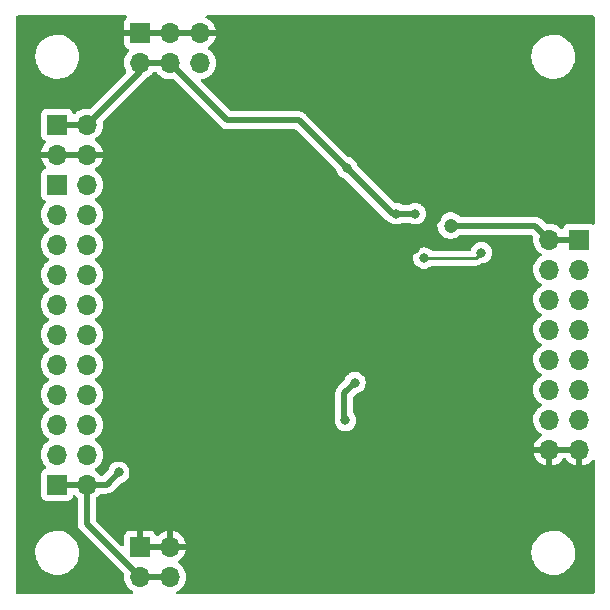
<source format=gbr>
%TF.GenerationSoftware,KiCad,Pcbnew,(6.0.0)*%
%TF.CreationDate,2022-01-16T13:19:40+00:00*%
%TF.ProjectId,OpenBCI_ESP32_INPUT,4f70656e-4243-4495-9f45-535033325f49,rev?*%
%TF.SameCoordinates,Original*%
%TF.FileFunction,Copper,L2,Bot*%
%TF.FilePolarity,Positive*%
%FSLAX46Y46*%
G04 Gerber Fmt 4.6, Leading zero omitted, Abs format (unit mm)*
G04 Created by KiCad (PCBNEW (6.0.0)) date 2022-01-16 13:19:40*
%MOMM*%
%LPD*%
G01*
G04 APERTURE LIST*
%TA.AperFunction,ComponentPad*%
%ADD10R,1.700000X1.700000*%
%TD*%
%TA.AperFunction,ComponentPad*%
%ADD11O,1.700000X1.700000*%
%TD*%
%TA.AperFunction,ViaPad*%
%ADD12C,0.800000*%
%TD*%
%TA.AperFunction,ViaPad*%
%ADD13C,1.200000*%
%TD*%
%TA.AperFunction,Conductor*%
%ADD14C,0.500000*%
%TD*%
%TA.AperFunction,Conductor*%
%ADD15C,0.250000*%
%TD*%
G04 APERTURE END LIST*
D10*
%TO.P,J1,1,Pin_1*%
%TO.N,+2V5*%
X103970000Y-59750000D03*
D11*
%TO.P,J1,2,Pin_2*%
X106510000Y-59750000D03*
%TO.P,J1,3,Pin_3*%
%TO.N,GND*%
X103970000Y-62290000D03*
%TO.P,J1,4,Pin_4*%
X106510000Y-62290000D03*
D10*
%TO.P,J1,5,Pin_5*%
%TO.N,/Analog_Input/BIAS*%
X103970000Y-64830000D03*
D11*
%TO.P,J1,6,Pin_6*%
X106510000Y-64830000D03*
%TO.P,J1,7,Pin_7*%
%TO.N,/Analog_Input/8N*%
X103970000Y-67370000D03*
%TO.P,J1,8,Pin_8*%
%TO.N,/Analog_Input/8P*%
X106510000Y-67370000D03*
%TO.P,J1,9,Pin_9*%
%TO.N,/Analog_Input/7N*%
X103970000Y-69910000D03*
%TO.P,J1,10,Pin_10*%
%TO.N,/Analog_Input/7P*%
X106510000Y-69910000D03*
%TO.P,J1,11,Pin_11*%
%TO.N,/Analog_Input/6N*%
X103970000Y-72450000D03*
%TO.P,J1,12,Pin_12*%
%TO.N,/Analog_Input/6P*%
X106510000Y-72450000D03*
%TO.P,J1,13,Pin_13*%
%TO.N,/Analog_Input/5N*%
X103970000Y-74990000D03*
%TO.P,J1,14,Pin_14*%
%TO.N,/Analog_Input/5P*%
X106510000Y-74990000D03*
%TO.P,J1,15,Pin_15*%
%TO.N,/Analog_Input/4N*%
X103970000Y-77530000D03*
%TO.P,J1,16,Pin_16*%
%TO.N,/Analog_Input/4P*%
X106510000Y-77530000D03*
%TO.P,J1,17,Pin_17*%
%TO.N,/Analog_Input/3N*%
X103970000Y-80070000D03*
%TO.P,J1,18,Pin_18*%
%TO.N,/Analog_Input/3P*%
X106510000Y-80070000D03*
%TO.P,J1,19,Pin_19*%
%TO.N,/Analog_Input/2N*%
X103970000Y-82610000D03*
%TO.P,J1,20,Pin_20*%
%TO.N,/Analog_Input/2P*%
X106510000Y-82610000D03*
%TO.P,J1,21,Pin_21*%
%TO.N,/Analog_Input/1N*%
X103970000Y-85150000D03*
%TO.P,J1,22,Pin_22*%
%TO.N,/Analog_Input/1P*%
X106510000Y-85150000D03*
%TO.P,J1,23,Pin_23*%
%TO.N,/Analog_Input/SRB2*%
X103970000Y-87690000D03*
%TO.P,J1,24,Pin_24*%
%TO.N,/Analog_Input/SRB1*%
X106510000Y-87690000D03*
D10*
%TO.P,J1,25,Pin_25*%
%TO.N,-2V5*%
X103970000Y-90230000D03*
D11*
%TO.P,J1,26,Pin_26*%
X106510000Y-90230000D03*
%TD*%
D10*
%TO.P,J2,1,Pin_1*%
%TO.N,+3V3*%
X148200000Y-69500000D03*
D11*
%TO.P,J2,2,Pin_2*%
X145660000Y-69500000D03*
%TO.P,J2,3,Pin_3*%
%TO.N,/ADS1299/DRDY2*%
X148200000Y-72040000D03*
%TO.P,J2,4,Pin_4*%
%TO.N,/ADS1299/DRDY1*%
X145660000Y-72040000D03*
%TO.P,J2,5,Pin_5*%
%TO.N,unconnected-(J2-Pad5)*%
X148200000Y-74580000D03*
%TO.P,J2,6,Pin_6*%
%TO.N,/ADS1299/DOUT*%
X145660000Y-74580000D03*
%TO.P,J2,7,Pin_7*%
%TO.N,unconnected-(J2-Pad7)*%
X148200000Y-77120000D03*
%TO.P,J2,8,Pin_8*%
%TO.N,/ADS1299/SCLK*%
X145660000Y-77120000D03*
%TO.P,J2,9,Pin_9*%
%TO.N,/ADS1299/CS2*%
X148200000Y-79660000D03*
%TO.P,J2,10,Pin_10*%
%TO.N,/ADS1299/CS1*%
X145660000Y-79660000D03*
%TO.P,J2,11,Pin_11*%
%TO.N,/ADS1299/RESET*%
X148200000Y-82200000D03*
%TO.P,J2,12,Pin_12*%
%TO.N,/ADS1299/CLK*%
X145660000Y-82200000D03*
%TO.P,J2,13,Pin_13*%
%TO.N,unconnected-(J2-Pad13)*%
X148200000Y-84740000D03*
%TO.P,J2,14,Pin_14*%
%TO.N,/ADS1299/DIN*%
X145660000Y-84740000D03*
%TO.P,J2,15,Pin_15*%
%TO.N,GND*%
X148200000Y-87280000D03*
%TO.P,J2,16,Pin_16*%
X145660000Y-87280000D03*
%TD*%
D10*
%TO.P,J3,1,Pin_1*%
%TO.N,GND*%
X111000000Y-52000000D03*
D11*
%TO.P,J3,2,Pin_2*%
%TO.N,+2V5*%
X111000000Y-54540000D03*
%TO.P,J3,3,Pin_3*%
%TO.N,GND*%
X113540000Y-52000000D03*
%TO.P,J3,4,Pin_4*%
%TO.N,+2V5*%
X113540000Y-54540000D03*
%TO.P,J3,5,Pin_5*%
%TO.N,GND*%
X116080000Y-52000000D03*
%TO.P,J3,6,Pin_6*%
%TO.N,/ADS1299/BIAS_INV*%
X116080000Y-54540000D03*
%TD*%
D10*
%TO.P,J4,1,Pin_1*%
%TO.N,GND*%
X111000000Y-95500000D03*
D11*
%TO.P,J4,2,Pin_2*%
%TO.N,-2V5*%
X111000000Y-98040000D03*
%TO.P,J4,3,Pin_3*%
%TO.N,GND*%
X113540000Y-95500000D03*
%TO.P,J4,4,Pin_4*%
%TO.N,-2V5*%
X113540000Y-98040000D03*
%TD*%
D12*
%TO.N,GND*%
X129000000Y-70100000D03*
X135520325Y-77757459D03*
X134325021Y-70299991D03*
X118300000Y-63900000D03*
X114300000Y-70700000D03*
X118312653Y-80912653D03*
X114300000Y-87800000D03*
D13*
X138600000Y-69800000D03*
D12*
X109200000Y-69900000D03*
X126800000Y-68500000D03*
X114300000Y-63900000D03*
X114300000Y-60500000D03*
X114300000Y-67300000D03*
X118300000Y-94600000D03*
D13*
X136000000Y-67600000D03*
D12*
X114335819Y-83589755D03*
X138600000Y-73925000D03*
X109200000Y-90900000D03*
X118300000Y-77500000D03*
X118300000Y-67300000D03*
X118300000Y-84400000D03*
X118300000Y-70700000D03*
X109200000Y-73900000D03*
X114368528Y-80111824D03*
X118300000Y-91100000D03*
X114213732Y-76688413D03*
X109200000Y-65900000D03*
X118300000Y-87800000D03*
X118300000Y-74100000D03*
X109157667Y-85834189D03*
X109166432Y-78535681D03*
X114300000Y-74100000D03*
%TO.N,-2V5*%
X128400000Y-84800000D03*
X129200000Y-81600000D03*
X109200000Y-89200000D03*
D13*
%TO.N,+3V3*%
X137300000Y-68300000D03*
D12*
%TO.N,+2V5*%
X128500000Y-63400000D03*
X132700000Y-67300000D03*
X134300000Y-67300000D03*
%TO.N,Net-(U7-Pad52)*%
X139900000Y-70600000D03*
X135050000Y-71050000D03*
%TD*%
D14*
%TO.N,-2V5*%
X109200000Y-89200000D02*
X108170000Y-90230000D01*
X106510000Y-93550000D02*
X111000000Y-98040000D01*
X103970000Y-90230000D02*
X106510000Y-90230000D01*
X129200000Y-81600000D02*
X128300000Y-82500000D01*
X106510000Y-90230000D02*
X108170000Y-90230000D01*
X128300000Y-84700000D02*
X128400000Y-84800000D01*
X106510000Y-93550000D02*
X106510000Y-90230000D01*
X111000000Y-98040000D02*
X113540000Y-98040000D01*
X128300000Y-82500000D02*
X128300000Y-84700000D01*
%TO.N,+3V3*%
X144460000Y-68300000D02*
X145660000Y-69500000D01*
X137300000Y-68300000D02*
X144460000Y-68300000D01*
X145660000Y-69500000D02*
X148200000Y-69500000D01*
%TO.N,+2V5*%
X128500000Y-63400000D02*
X132400000Y-67300000D01*
X111000000Y-54540000D02*
X113540000Y-54540000D01*
X132400000Y-67300000D02*
X132700000Y-67300000D01*
X124500000Y-59400000D02*
X128500000Y-63400000D01*
X132700000Y-67300000D02*
X134300000Y-67300000D01*
X106510000Y-59750000D02*
X111000000Y-55260000D01*
X113540000Y-54540000D02*
X118400000Y-59400000D01*
X111000000Y-55260000D02*
X111000000Y-54540000D01*
X103970000Y-59750000D02*
X106510000Y-59750000D01*
X118400000Y-59400000D02*
X124500000Y-59400000D01*
D15*
%TO.N,Net-(U7-Pad52)*%
X139250000Y-71050000D02*
X139450000Y-71050000D01*
X139450000Y-71050000D02*
X139900000Y-70600000D01*
X135050000Y-71050000D02*
X139250000Y-71050000D01*
%TD*%
%TA.AperFunction,Conductor*%
%TO.N,GND*%
G36*
X109849396Y-50528002D02*
G01*
X109895889Y-50581658D01*
X109905993Y-50651932D01*
X109876499Y-50716512D01*
X109856840Y-50734826D01*
X109794276Y-50781715D01*
X109781715Y-50794276D01*
X109705214Y-50896351D01*
X109696676Y-50911946D01*
X109651522Y-51032394D01*
X109647895Y-51047649D01*
X109642369Y-51098514D01*
X109642000Y-51105328D01*
X109642000Y-51727885D01*
X109646475Y-51743124D01*
X109647865Y-51744329D01*
X109655548Y-51746000D01*
X117398344Y-51746000D01*
X117411875Y-51742027D01*
X117413180Y-51732947D01*
X117371214Y-51565875D01*
X117367894Y-51556124D01*
X117282972Y-51360814D01*
X117278105Y-51351739D01*
X117162426Y-51172926D01*
X117156136Y-51164757D01*
X117012806Y-51007240D01*
X117005273Y-51000215D01*
X116838139Y-50868222D01*
X116829552Y-50862517D01*
X116643117Y-50759599D01*
X116633702Y-50755367D01*
X116626376Y-50752773D01*
X116568839Y-50711179D01*
X116542923Y-50645082D01*
X116556856Y-50575466D01*
X116606215Y-50524434D01*
X116668435Y-50508000D01*
X149366000Y-50508000D01*
X149434121Y-50528002D01*
X149480614Y-50581658D01*
X149492000Y-50634000D01*
X149492000Y-68095126D01*
X149471998Y-68163247D01*
X149418342Y-68209740D01*
X149348068Y-68219844D01*
X149305491Y-68205646D01*
X149303888Y-68204768D01*
X149296705Y-68199385D01*
X149288304Y-68196236D01*
X149288301Y-68196234D01*
X149200307Y-68163247D01*
X149160316Y-68148255D01*
X149098134Y-68141500D01*
X147301866Y-68141500D01*
X147239684Y-68148255D01*
X147103295Y-68199385D01*
X146986739Y-68286739D01*
X146899385Y-68403295D01*
X146896233Y-68411703D01*
X146854919Y-68521907D01*
X146812277Y-68578671D01*
X146745716Y-68603371D01*
X146676367Y-68588163D01*
X146643743Y-68562476D01*
X146593151Y-68506875D01*
X146593142Y-68506866D01*
X146589670Y-68503051D01*
X146585619Y-68499852D01*
X146585615Y-68499848D01*
X146418414Y-68367800D01*
X146418410Y-68367798D01*
X146414359Y-68364598D01*
X146218789Y-68256638D01*
X146213920Y-68254914D01*
X146213916Y-68254912D01*
X146013087Y-68183795D01*
X146013083Y-68183794D01*
X146008212Y-68182069D01*
X146003119Y-68181162D01*
X146003116Y-68181161D01*
X145793373Y-68143800D01*
X145793367Y-68143799D01*
X145788284Y-68142894D01*
X145717770Y-68142033D01*
X145570082Y-68140228D01*
X145570080Y-68140228D01*
X145564911Y-68140165D01*
X145541156Y-68143800D01*
X145461385Y-68156006D01*
X145391023Y-68146538D01*
X145353232Y-68120551D01*
X145043770Y-67811089D01*
X145031384Y-67796677D01*
X145022851Y-67785082D01*
X145022846Y-67785077D01*
X145018508Y-67779182D01*
X145012930Y-67774443D01*
X145012927Y-67774440D01*
X144978232Y-67744965D01*
X144970716Y-67738035D01*
X144965021Y-67732340D01*
X144958880Y-67727482D01*
X144942749Y-67714719D01*
X144939345Y-67711928D01*
X144889297Y-67669409D01*
X144889295Y-67669408D01*
X144883715Y-67664667D01*
X144877199Y-67661339D01*
X144872150Y-67657972D01*
X144867021Y-67654805D01*
X144861284Y-67650266D01*
X144795125Y-67619345D01*
X144791225Y-67617439D01*
X144726192Y-67584231D01*
X144719084Y-67582492D01*
X144713441Y-67580393D01*
X144707678Y-67578476D01*
X144701050Y-67575378D01*
X144629583Y-67560513D01*
X144625299Y-67559543D01*
X144554390Y-67542192D01*
X144548788Y-67541844D01*
X144548785Y-67541844D01*
X144543236Y-67541500D01*
X144543238Y-67541464D01*
X144539245Y-67541225D01*
X144535053Y-67540851D01*
X144527885Y-67539360D01*
X144461675Y-67541151D01*
X144450479Y-67541454D01*
X144447072Y-67541500D01*
X138161917Y-67541500D01*
X138093796Y-67521498D01*
X138076388Y-67508024D01*
X137981948Y-67420724D01*
X137977703Y-67416800D01*
X137898213Y-67366646D01*
X137810288Y-67311169D01*
X137810283Y-67311167D01*
X137805404Y-67308088D01*
X137616180Y-67232595D01*
X137416366Y-67192849D01*
X137410592Y-67192773D01*
X137410588Y-67192773D01*
X137307452Y-67191424D01*
X137212655Y-67190183D01*
X137206958Y-67191162D01*
X137206957Y-67191162D01*
X137017567Y-67223705D01*
X137011870Y-67224684D01*
X136820734Y-67295198D01*
X136815773Y-67298150D01*
X136815772Y-67298150D01*
X136689348Y-67373365D01*
X136645649Y-67399363D01*
X136492478Y-67533690D01*
X136488911Y-67538215D01*
X136488906Y-67538220D01*
X136450010Y-67587560D01*
X136366351Y-67693681D01*
X136363662Y-67698792D01*
X136363660Y-67698795D01*
X136322178Y-67777639D01*
X136271492Y-67873978D01*
X136211078Y-68068543D01*
X136187132Y-68270859D01*
X136200457Y-68474151D01*
X136250605Y-68671610D01*
X136335898Y-68856624D01*
X136453479Y-69022997D01*
X136599410Y-69165157D01*
X136604206Y-69168362D01*
X136604209Y-69168364D01*
X136713478Y-69241375D01*
X136768803Y-69278342D01*
X136774106Y-69280620D01*
X136774109Y-69280622D01*
X136863115Y-69318862D01*
X136955987Y-69358763D01*
X137028817Y-69375243D01*
X137149055Y-69402450D01*
X137149060Y-69402451D01*
X137154692Y-69403725D01*
X137160463Y-69403952D01*
X137160465Y-69403952D01*
X137223470Y-69406427D01*
X137358263Y-69411723D01*
X137559883Y-69382490D01*
X137565347Y-69380635D01*
X137565352Y-69380634D01*
X137747327Y-69318862D01*
X137747332Y-69318860D01*
X137752799Y-69317004D01*
X137930551Y-69217458D01*
X138086657Y-69087626D01*
X138151821Y-69059445D01*
X138167226Y-69058500D01*
X144093629Y-69058500D01*
X144161750Y-69078502D01*
X144182724Y-69095405D01*
X144279449Y-69192130D01*
X144313475Y-69254442D01*
X144315641Y-69294613D01*
X144297251Y-69466695D01*
X144310110Y-69689715D01*
X144311247Y-69694761D01*
X144311248Y-69694767D01*
X144335304Y-69801508D01*
X144359222Y-69907639D01*
X144443266Y-70114616D01*
X144460581Y-70142872D01*
X144530027Y-70256197D01*
X144559987Y-70305088D01*
X144706250Y-70473938D01*
X144878126Y-70616632D01*
X144948595Y-70657811D01*
X144951445Y-70659476D01*
X145000169Y-70711114D01*
X145013240Y-70780897D01*
X144986509Y-70846669D01*
X144946055Y-70880027D01*
X144933607Y-70886507D01*
X144929474Y-70889610D01*
X144929471Y-70889612D01*
X144805567Y-70982642D01*
X144754965Y-71020635D01*
X144708291Y-71069476D01*
X144610393Y-71171921D01*
X144600629Y-71182138D01*
X144597720Y-71186403D01*
X144597714Y-71186411D01*
X144585404Y-71204457D01*
X144474743Y-71366680D01*
X144445056Y-71430635D01*
X144387541Y-71554542D01*
X144380688Y-71569305D01*
X144320989Y-71784570D01*
X144297251Y-72006695D01*
X144310110Y-72229715D01*
X144311247Y-72234761D01*
X144311248Y-72234767D01*
X144335304Y-72341508D01*
X144359222Y-72447639D01*
X144443266Y-72654616D01*
X144491262Y-72732939D01*
X144557291Y-72840688D01*
X144559987Y-72845088D01*
X144706250Y-73013938D01*
X144878126Y-73156632D01*
X144948595Y-73197811D01*
X144951445Y-73199476D01*
X145000169Y-73251114D01*
X145013240Y-73320897D01*
X144986509Y-73386669D01*
X144946055Y-73420027D01*
X144933607Y-73426507D01*
X144929474Y-73429610D01*
X144929471Y-73429612D01*
X144759100Y-73557530D01*
X144754965Y-73560635D01*
X144708291Y-73609476D01*
X144610393Y-73711921D01*
X144600629Y-73722138D01*
X144474743Y-73906680D01*
X144380688Y-74109305D01*
X144320989Y-74324570D01*
X144297251Y-74546695D01*
X144310110Y-74769715D01*
X144311247Y-74774761D01*
X144311248Y-74774767D01*
X144335304Y-74881508D01*
X144359222Y-74987639D01*
X144443266Y-75194616D01*
X144491262Y-75272939D01*
X144557291Y-75380688D01*
X144559987Y-75385088D01*
X144706250Y-75553938D01*
X144878126Y-75696632D01*
X144948595Y-75737811D01*
X144951445Y-75739476D01*
X145000169Y-75791114D01*
X145013240Y-75860897D01*
X144986509Y-75926669D01*
X144946055Y-75960027D01*
X144933607Y-75966507D01*
X144929474Y-75969610D01*
X144929471Y-75969612D01*
X144759100Y-76097530D01*
X144754965Y-76100635D01*
X144708291Y-76149476D01*
X144610393Y-76251921D01*
X144600629Y-76262138D01*
X144474743Y-76446680D01*
X144380688Y-76649305D01*
X144320989Y-76864570D01*
X144297251Y-77086695D01*
X144310110Y-77309715D01*
X144311247Y-77314761D01*
X144311248Y-77314767D01*
X144335304Y-77421508D01*
X144359222Y-77527639D01*
X144443266Y-77734616D01*
X144491262Y-77812939D01*
X144557291Y-77920688D01*
X144559987Y-77925088D01*
X144706250Y-78093938D01*
X144878126Y-78236632D01*
X144948595Y-78277811D01*
X144951445Y-78279476D01*
X145000169Y-78331114D01*
X145013240Y-78400897D01*
X144986509Y-78466669D01*
X144946055Y-78500027D01*
X144933607Y-78506507D01*
X144929474Y-78509610D01*
X144929471Y-78509612D01*
X144759100Y-78637530D01*
X144754965Y-78640635D01*
X144708291Y-78689476D01*
X144610393Y-78791921D01*
X144600629Y-78802138D01*
X144474743Y-78986680D01*
X144380688Y-79189305D01*
X144320989Y-79404570D01*
X144297251Y-79626695D01*
X144310110Y-79849715D01*
X144311247Y-79854761D01*
X144311248Y-79854767D01*
X144335304Y-79961508D01*
X144359222Y-80067639D01*
X144443266Y-80274616D01*
X144491262Y-80352939D01*
X144557291Y-80460688D01*
X144559987Y-80465088D01*
X144706250Y-80633938D01*
X144878126Y-80776632D01*
X144939957Y-80812763D01*
X144951445Y-80819476D01*
X145000169Y-80871114D01*
X145013240Y-80940897D01*
X144986509Y-81006669D01*
X144946055Y-81040027D01*
X144933607Y-81046507D01*
X144929474Y-81049610D01*
X144929471Y-81049612D01*
X144759100Y-81177530D01*
X144754965Y-81180635D01*
X144714747Y-81222721D01*
X144610393Y-81331921D01*
X144600629Y-81342138D01*
X144597720Y-81346403D01*
X144597714Y-81346411D01*
X144528794Y-81447444D01*
X144474743Y-81526680D01*
X144380688Y-81729305D01*
X144320989Y-81944570D01*
X144297251Y-82166695D01*
X144297548Y-82171848D01*
X144297548Y-82171851D01*
X144306691Y-82330412D01*
X144310110Y-82389715D01*
X144311247Y-82394761D01*
X144311248Y-82394767D01*
X144319665Y-82432115D01*
X144359222Y-82607639D01*
X144391723Y-82687680D01*
X144436621Y-82798250D01*
X144443266Y-82814616D01*
X144491262Y-82892939D01*
X144557291Y-83000688D01*
X144559987Y-83005088D01*
X144706250Y-83173938D01*
X144878126Y-83316632D01*
X144948595Y-83357811D01*
X144951445Y-83359476D01*
X145000169Y-83411114D01*
X145013240Y-83480897D01*
X144986509Y-83546669D01*
X144946055Y-83580027D01*
X144933607Y-83586507D01*
X144929474Y-83589610D01*
X144929471Y-83589612D01*
X144759100Y-83717530D01*
X144754965Y-83720635D01*
X144708291Y-83769476D01*
X144610393Y-83871921D01*
X144600629Y-83882138D01*
X144474743Y-84066680D01*
X144445056Y-84130635D01*
X144383589Y-84263056D01*
X144380688Y-84269305D01*
X144320989Y-84484570D01*
X144297251Y-84706695D01*
X144310110Y-84929715D01*
X144311247Y-84934761D01*
X144311248Y-84934767D01*
X144335304Y-85041508D01*
X144359222Y-85147639D01*
X144443266Y-85354616D01*
X144491262Y-85432939D01*
X144557291Y-85540688D01*
X144559987Y-85545088D01*
X144706250Y-85713938D01*
X144878126Y-85856632D01*
X144951955Y-85899774D01*
X145000679Y-85951412D01*
X145013750Y-86021195D01*
X144987019Y-86086967D01*
X144946562Y-86120327D01*
X144938457Y-86124546D01*
X144929738Y-86130036D01*
X144759433Y-86257905D01*
X144751726Y-86264748D01*
X144604590Y-86418717D01*
X144598104Y-86426727D01*
X144478098Y-86602649D01*
X144473000Y-86611623D01*
X144383338Y-86804783D01*
X144379775Y-86814470D01*
X144324389Y-87014183D01*
X144325912Y-87022607D01*
X144338292Y-87026000D01*
X148328000Y-87026000D01*
X148396121Y-87046002D01*
X148442614Y-87099658D01*
X148454000Y-87152000D01*
X148454000Y-88598517D01*
X148458064Y-88612359D01*
X148471478Y-88614393D01*
X148478184Y-88613534D01*
X148488262Y-88611392D01*
X148692255Y-88550191D01*
X148701842Y-88546433D01*
X148893095Y-88452739D01*
X148901945Y-88447464D01*
X149075328Y-88323792D01*
X149083200Y-88317139D01*
X149234052Y-88166812D01*
X149240730Y-88158965D01*
X149263678Y-88127029D01*
X149319672Y-88083381D01*
X149390376Y-88076935D01*
X149453340Y-88109738D01*
X149488574Y-88171374D01*
X149492000Y-88200555D01*
X149492000Y-99366000D01*
X149471998Y-99434121D01*
X149418342Y-99480614D01*
X149366000Y-99492000D01*
X114207789Y-99492000D01*
X114139668Y-99471998D01*
X114093175Y-99418342D01*
X114083071Y-99348068D01*
X114112565Y-99283488D01*
X114152353Y-99252851D01*
X114237994Y-99210896D01*
X114419860Y-99081173D01*
X114578096Y-98923489D01*
X114637594Y-98840689D01*
X114705435Y-98746277D01*
X114708453Y-98742077D01*
X114807430Y-98541811D01*
X114872370Y-98328069D01*
X114901529Y-98106590D01*
X114903156Y-98040000D01*
X114884852Y-97817361D01*
X114830431Y-97600702D01*
X114741354Y-97395840D01*
X114667384Y-97281500D01*
X114622822Y-97212617D01*
X114622818Y-97212612D01*
X114620014Y-97208277D01*
X114469670Y-97043051D01*
X114465619Y-97039852D01*
X114465615Y-97039848D01*
X114298414Y-96907800D01*
X114298410Y-96907798D01*
X114294359Y-96904598D01*
X114252569Y-96881529D01*
X114202598Y-96831097D01*
X114187826Y-96761654D01*
X114212942Y-96695248D01*
X114240294Y-96668641D01*
X114415328Y-96543792D01*
X114423200Y-96537139D01*
X114574052Y-96386812D01*
X114580730Y-96378965D01*
X114705003Y-96206020D01*
X114710313Y-96197183D01*
X114786873Y-96042277D01*
X144137009Y-96042277D01*
X144162625Y-96310769D01*
X144163710Y-96315203D01*
X144163711Y-96315209D01*
X144218017Y-96537139D01*
X144226731Y-96572750D01*
X144327985Y-96822733D01*
X144363931Y-96884124D01*
X144458765Y-97046088D01*
X144464265Y-97055482D01*
X144467118Y-97059049D01*
X144584686Y-97206060D01*
X144632716Y-97266119D01*
X144829809Y-97450234D01*
X145051416Y-97603968D01*
X145055499Y-97605999D01*
X145055502Y-97606001D01*
X145171013Y-97663466D01*
X145292894Y-97724101D01*
X145297228Y-97725522D01*
X145297231Y-97725523D01*
X145544853Y-97806698D01*
X145544859Y-97806699D01*
X145549186Y-97808118D01*
X145553677Y-97808898D01*
X145553678Y-97808898D01*
X145811140Y-97853601D01*
X145811148Y-97853602D01*
X145814921Y-97854257D01*
X145818758Y-97854448D01*
X145898578Y-97858422D01*
X145898586Y-97858422D01*
X145900149Y-97858500D01*
X146068512Y-97858500D01*
X146070780Y-97858335D01*
X146070792Y-97858335D01*
X146201884Y-97848823D01*
X146269004Y-97843953D01*
X146273459Y-97842969D01*
X146273462Y-97842969D01*
X146527912Y-97786791D01*
X146527916Y-97786790D01*
X146532372Y-97785806D01*
X146674048Y-97732130D01*
X146780318Y-97691868D01*
X146780321Y-97691867D01*
X146784588Y-97690250D01*
X147020368Y-97559286D01*
X147234773Y-97395657D01*
X147423312Y-97202792D01*
X147582034Y-96984730D01*
X147634965Y-96884124D01*
X147705490Y-96750079D01*
X147705493Y-96750073D01*
X147707615Y-96746039D01*
X147720045Y-96710842D01*
X147795902Y-96496033D01*
X147795902Y-96496032D01*
X147797425Y-96491720D01*
X147849581Y-96227100D01*
X147849808Y-96222544D01*
X147862764Y-95962292D01*
X147862764Y-95962286D01*
X147862991Y-95957723D01*
X147837375Y-95689231D01*
X147792042Y-95503967D01*
X147774355Y-95431688D01*
X147773269Y-95427250D01*
X147672015Y-95177267D01*
X147535735Y-94944518D01*
X147417928Y-94797208D01*
X147370136Y-94737447D01*
X147370135Y-94737445D01*
X147367284Y-94733881D01*
X147170191Y-94549766D01*
X146948584Y-94396032D01*
X146944501Y-94394001D01*
X146944498Y-94393999D01*
X146779606Y-94311967D01*
X146707106Y-94275899D01*
X146702772Y-94274478D01*
X146702769Y-94274477D01*
X146455147Y-94193302D01*
X146455141Y-94193301D01*
X146450814Y-94191882D01*
X146446322Y-94191102D01*
X146188860Y-94146399D01*
X146188852Y-94146398D01*
X146185079Y-94145743D01*
X146167684Y-94144877D01*
X146101422Y-94141578D01*
X146101414Y-94141578D01*
X146099851Y-94141500D01*
X145931488Y-94141500D01*
X145929220Y-94141665D01*
X145929208Y-94141665D01*
X145798116Y-94151177D01*
X145730996Y-94156047D01*
X145726541Y-94157031D01*
X145726538Y-94157031D01*
X145472088Y-94213209D01*
X145472084Y-94213210D01*
X145467628Y-94214194D01*
X145393676Y-94242212D01*
X145219682Y-94308132D01*
X145219679Y-94308133D01*
X145215412Y-94309750D01*
X144979632Y-94440714D01*
X144976000Y-94443486D01*
X144769064Y-94601415D01*
X144765227Y-94604343D01*
X144576688Y-94797208D01*
X144417966Y-95015270D01*
X144415844Y-95019304D01*
X144294510Y-95249921D01*
X144294507Y-95249927D01*
X144292385Y-95253961D01*
X144290865Y-95258266D01*
X144290863Y-95258270D01*
X144204098Y-95503967D01*
X144202575Y-95508280D01*
X144201692Y-95512762D01*
X144153400Y-95757778D01*
X144150419Y-95772900D01*
X144150192Y-95777453D01*
X144150192Y-95777456D01*
X144138802Y-96006267D01*
X144137009Y-96042277D01*
X114786873Y-96042277D01*
X114804670Y-96006267D01*
X114808469Y-95996672D01*
X114870377Y-95792910D01*
X114872555Y-95782837D01*
X114873986Y-95771962D01*
X114871775Y-95757778D01*
X114858617Y-95754000D01*
X110872000Y-95754000D01*
X110803879Y-95733998D01*
X110757386Y-95680342D01*
X110746000Y-95628000D01*
X110746000Y-95227885D01*
X111254000Y-95227885D01*
X111258475Y-95243124D01*
X111259865Y-95244329D01*
X111267548Y-95246000D01*
X113267885Y-95246000D01*
X113283124Y-95241525D01*
X113284329Y-95240135D01*
X113286000Y-95232452D01*
X113286000Y-95227885D01*
X113794000Y-95227885D01*
X113798475Y-95243124D01*
X113799865Y-95244329D01*
X113807548Y-95246000D01*
X114858344Y-95246000D01*
X114871875Y-95242027D01*
X114873180Y-95232947D01*
X114831214Y-95065875D01*
X114827894Y-95056124D01*
X114742972Y-94860814D01*
X114738105Y-94851739D01*
X114622426Y-94672926D01*
X114616136Y-94664757D01*
X114472806Y-94507240D01*
X114465273Y-94500215D01*
X114298139Y-94368222D01*
X114289552Y-94362517D01*
X114103117Y-94259599D01*
X114093705Y-94255369D01*
X113892959Y-94184280D01*
X113882988Y-94181646D01*
X113811837Y-94168972D01*
X113798540Y-94170432D01*
X113794000Y-94184989D01*
X113794000Y-95227885D01*
X113286000Y-95227885D01*
X113286000Y-94183102D01*
X113282082Y-94169758D01*
X113267806Y-94167771D01*
X113229324Y-94173660D01*
X113219288Y-94176051D01*
X113016868Y-94242212D01*
X113007359Y-94246209D01*
X112818463Y-94344542D01*
X112809738Y-94350036D01*
X112639433Y-94477905D01*
X112631726Y-94484748D01*
X112554094Y-94565985D01*
X112492570Y-94601415D01*
X112421657Y-94597958D01*
X112363871Y-94556712D01*
X112345018Y-94523164D01*
X112303324Y-94411946D01*
X112294786Y-94396351D01*
X112218285Y-94294276D01*
X112205724Y-94281715D01*
X112103649Y-94205214D01*
X112088054Y-94196676D01*
X111967606Y-94151522D01*
X111952351Y-94147895D01*
X111901486Y-94142369D01*
X111894672Y-94142000D01*
X111272115Y-94142000D01*
X111256876Y-94146475D01*
X111255671Y-94147865D01*
X111254000Y-94155548D01*
X111254000Y-95227885D01*
X110746000Y-95227885D01*
X110746000Y-94160116D01*
X110741525Y-94144877D01*
X110740135Y-94143672D01*
X110732452Y-94142001D01*
X110105331Y-94142001D01*
X110098510Y-94142371D01*
X110047648Y-94147895D01*
X110032396Y-94151521D01*
X109911946Y-94196676D01*
X109896351Y-94205214D01*
X109794276Y-94281715D01*
X109781715Y-94294276D01*
X109705214Y-94396351D01*
X109696676Y-94411946D01*
X109651522Y-94532394D01*
X109647895Y-94547649D01*
X109642369Y-94598514D01*
X109642000Y-94605328D01*
X109642001Y-95305130D01*
X109621999Y-95373251D01*
X109568343Y-95419744D01*
X109498070Y-95429848D01*
X109433489Y-95400355D01*
X109426906Y-95394225D01*
X107305405Y-93272724D01*
X107271379Y-93210412D01*
X107268500Y-93183629D01*
X107268500Y-91422632D01*
X107288502Y-91354511D01*
X107321331Y-91320054D01*
X107389860Y-91271173D01*
X107548096Y-91113489D01*
X107600203Y-91040974D01*
X107656198Y-90997326D01*
X107702526Y-90988500D01*
X108102930Y-90988500D01*
X108121880Y-90989933D01*
X108136115Y-90992099D01*
X108136119Y-90992099D01*
X108143349Y-90993199D01*
X108150641Y-90992606D01*
X108150644Y-90992606D01*
X108196018Y-90988915D01*
X108206233Y-90988500D01*
X108214293Y-90988500D01*
X108227583Y-90986951D01*
X108242507Y-90985211D01*
X108246882Y-90984778D01*
X108312339Y-90979454D01*
X108312342Y-90979453D01*
X108319637Y-90978860D01*
X108326601Y-90976604D01*
X108332560Y-90975413D01*
X108338415Y-90974029D01*
X108345681Y-90973182D01*
X108414327Y-90948265D01*
X108418455Y-90946848D01*
X108480936Y-90926607D01*
X108480938Y-90926606D01*
X108487899Y-90924351D01*
X108494154Y-90920555D01*
X108499628Y-90918049D01*
X108505058Y-90915330D01*
X108511937Y-90912833D01*
X108572976Y-90872814D01*
X108576680Y-90870477D01*
X108639107Y-90832595D01*
X108647484Y-90825197D01*
X108647508Y-90825224D01*
X108650500Y-90822571D01*
X108653733Y-90819868D01*
X108659852Y-90815856D01*
X108713128Y-90759617D01*
X108715506Y-90757175D01*
X109356331Y-90116350D01*
X109419228Y-90082199D01*
X109475824Y-90070169D01*
X109475833Y-90070166D01*
X109482288Y-90068794D01*
X109488319Y-90066109D01*
X109650722Y-89993803D01*
X109650724Y-89993802D01*
X109656752Y-89991118D01*
X109811253Y-89878866D01*
X109939040Y-89736944D01*
X110034527Y-89571556D01*
X110093542Y-89389928D01*
X110099286Y-89335283D01*
X110112814Y-89206565D01*
X110113504Y-89200000D01*
X110105738Y-89126109D01*
X110094232Y-89016635D01*
X110094232Y-89016633D01*
X110093542Y-89010072D01*
X110034527Y-88828444D01*
X109939040Y-88663056D01*
X109811253Y-88521134D01*
X109656752Y-88408882D01*
X109650724Y-88406198D01*
X109650722Y-88406197D01*
X109488319Y-88333891D01*
X109488318Y-88333891D01*
X109482288Y-88331206D01*
X109357193Y-88304616D01*
X109301944Y-88292872D01*
X109301939Y-88292872D01*
X109295487Y-88291500D01*
X109104513Y-88291500D01*
X109098061Y-88292872D01*
X109098056Y-88292872D01*
X109042807Y-88304616D01*
X108917712Y-88331206D01*
X108911682Y-88333891D01*
X108911681Y-88333891D01*
X108749278Y-88406197D01*
X108749276Y-88406198D01*
X108743248Y-88408882D01*
X108588747Y-88521134D01*
X108460960Y-88663056D01*
X108365473Y-88828444D01*
X108346736Y-88886112D01*
X108310613Y-88997285D01*
X108279875Y-89047444D01*
X107892724Y-89434595D01*
X107830412Y-89468621D01*
X107803629Y-89471500D01*
X107705939Y-89471500D01*
X107637818Y-89451498D01*
X107600147Y-89413941D01*
X107592818Y-89402612D01*
X107590014Y-89398277D01*
X107439670Y-89233051D01*
X107435619Y-89229852D01*
X107435615Y-89229848D01*
X107268414Y-89097800D01*
X107268410Y-89097798D01*
X107264359Y-89094598D01*
X107223053Y-89071796D01*
X107173084Y-89021364D01*
X107158312Y-88951921D01*
X107183428Y-88885516D01*
X107210780Y-88858909D01*
X107261514Y-88822721D01*
X107389860Y-88731173D01*
X107548096Y-88573489D01*
X107607594Y-88490689D01*
X107675435Y-88396277D01*
X107678453Y-88392077D01*
X107699320Y-88349857D01*
X107775136Y-88196453D01*
X107775137Y-88196451D01*
X107777430Y-88191811D01*
X107842370Y-87978069D01*
X107871529Y-87756590D01*
X107873156Y-87690000D01*
X107861479Y-87547966D01*
X144328257Y-87547966D01*
X144358565Y-87682446D01*
X144361645Y-87692275D01*
X144441770Y-87889603D01*
X144446413Y-87898794D01*
X144557694Y-88080388D01*
X144563777Y-88088699D01*
X144703213Y-88249667D01*
X144710580Y-88256883D01*
X144874434Y-88392916D01*
X144882881Y-88398831D01*
X145066756Y-88506279D01*
X145076042Y-88510729D01*
X145275001Y-88586703D01*
X145284899Y-88589579D01*
X145388250Y-88610606D01*
X145402299Y-88609410D01*
X145406000Y-88599065D01*
X145406000Y-88598517D01*
X145914000Y-88598517D01*
X145918064Y-88612359D01*
X145931478Y-88614393D01*
X145938184Y-88613534D01*
X145948262Y-88611392D01*
X146152255Y-88550191D01*
X146161842Y-88546433D01*
X146353095Y-88452739D01*
X146361945Y-88447464D01*
X146535328Y-88323792D01*
X146543200Y-88317139D01*
X146694052Y-88166812D01*
X146700730Y-88158965D01*
X146828022Y-87981819D01*
X146829147Y-87982627D01*
X146876669Y-87938876D01*
X146946607Y-87926661D01*
X147012046Y-87954197D01*
X147039870Y-87986028D01*
X147097690Y-88080383D01*
X147103777Y-88088699D01*
X147243213Y-88249667D01*
X147250580Y-88256883D01*
X147414434Y-88392916D01*
X147422881Y-88398831D01*
X147606756Y-88506279D01*
X147616042Y-88510729D01*
X147815001Y-88586703D01*
X147824899Y-88589579D01*
X147928250Y-88610606D01*
X147942299Y-88609410D01*
X147946000Y-88599065D01*
X147946000Y-87552115D01*
X147941525Y-87536876D01*
X147940135Y-87535671D01*
X147932452Y-87534000D01*
X145932115Y-87534000D01*
X145916876Y-87538475D01*
X145915671Y-87539865D01*
X145914000Y-87547548D01*
X145914000Y-88598517D01*
X145406000Y-88598517D01*
X145406000Y-87552115D01*
X145401525Y-87536876D01*
X145400135Y-87535671D01*
X145392452Y-87534000D01*
X144343225Y-87534000D01*
X144329694Y-87537973D01*
X144328257Y-87547966D01*
X107861479Y-87547966D01*
X107854852Y-87467361D01*
X107800431Y-87250702D01*
X107711354Y-87045840D01*
X107590014Y-86858277D01*
X107439670Y-86693051D01*
X107435619Y-86689852D01*
X107435615Y-86689848D01*
X107268414Y-86557800D01*
X107268410Y-86557798D01*
X107264359Y-86554598D01*
X107223053Y-86531796D01*
X107173084Y-86481364D01*
X107158312Y-86411921D01*
X107183428Y-86345516D01*
X107210780Y-86318909D01*
X107265027Y-86280215D01*
X107389860Y-86191173D01*
X107548096Y-86033489D01*
X107607594Y-85950689D01*
X107675435Y-85856277D01*
X107678453Y-85852077D01*
X107699320Y-85809857D01*
X107775136Y-85656453D01*
X107775137Y-85656451D01*
X107777430Y-85651811D01*
X107831467Y-85473955D01*
X107840865Y-85443023D01*
X107840865Y-85443021D01*
X107842370Y-85438069D01*
X107871529Y-85216590D01*
X107871611Y-85213240D01*
X107873074Y-85153365D01*
X107873074Y-85153361D01*
X107873156Y-85150000D01*
X107854852Y-84927361D01*
X107822861Y-84800000D01*
X127486496Y-84800000D01*
X127487186Y-84806565D01*
X127499355Y-84922342D01*
X127506458Y-84989928D01*
X127565473Y-85171556D01*
X127660960Y-85336944D01*
X127665378Y-85341851D01*
X127665379Y-85341852D01*
X127747394Y-85432939D01*
X127788747Y-85478866D01*
X127943248Y-85591118D01*
X127949276Y-85593802D01*
X127949278Y-85593803D01*
X128101138Y-85661415D01*
X128117712Y-85668794D01*
X128211112Y-85688647D01*
X128298056Y-85707128D01*
X128298061Y-85707128D01*
X128304513Y-85708500D01*
X128495487Y-85708500D01*
X128501939Y-85707128D01*
X128501944Y-85707128D01*
X128588888Y-85688647D01*
X128682288Y-85668794D01*
X128698862Y-85661415D01*
X128850722Y-85593803D01*
X128850724Y-85593802D01*
X128856752Y-85591118D01*
X129011253Y-85478866D01*
X129052606Y-85432939D01*
X129134621Y-85341852D01*
X129134622Y-85341851D01*
X129139040Y-85336944D01*
X129234527Y-85171556D01*
X129293542Y-84989928D01*
X129300646Y-84922342D01*
X129312814Y-84806565D01*
X129313504Y-84800000D01*
X129303697Y-84706695D01*
X129294232Y-84616635D01*
X129294232Y-84616633D01*
X129293542Y-84610072D01*
X129234527Y-84428444D01*
X129139040Y-84263056D01*
X129090864Y-84209551D01*
X129060146Y-84145544D01*
X129058500Y-84125241D01*
X129058500Y-82866371D01*
X129078502Y-82798250D01*
X129095405Y-82777276D01*
X129356331Y-82516350D01*
X129419228Y-82482199D01*
X129475824Y-82470169D01*
X129475833Y-82470166D01*
X129482288Y-82468794D01*
X129488319Y-82466109D01*
X129650722Y-82393803D01*
X129650724Y-82393802D01*
X129656752Y-82391118D01*
X129811253Y-82278866D01*
X129822736Y-82266113D01*
X129934621Y-82141852D01*
X129934622Y-82141851D01*
X129939040Y-82136944D01*
X130034527Y-81971556D01*
X130093542Y-81789928D01*
X130094311Y-81782617D01*
X130112814Y-81606565D01*
X130113504Y-81600000D01*
X130102684Y-81497054D01*
X130094232Y-81416635D01*
X130094232Y-81416633D01*
X130093542Y-81410072D01*
X130034527Y-81228444D01*
X129939040Y-81063056D01*
X129919899Y-81041797D01*
X129815675Y-80926045D01*
X129815674Y-80926044D01*
X129811253Y-80921134D01*
X129684317Y-80828909D01*
X129662094Y-80812763D01*
X129662093Y-80812762D01*
X129656752Y-80808882D01*
X129650724Y-80806198D01*
X129650722Y-80806197D01*
X129488319Y-80733891D01*
X129488318Y-80733891D01*
X129482288Y-80731206D01*
X129388887Y-80711353D01*
X129301944Y-80692872D01*
X129301939Y-80692872D01*
X129295487Y-80691500D01*
X129104513Y-80691500D01*
X129098061Y-80692872D01*
X129098056Y-80692872D01*
X129011113Y-80711353D01*
X128917712Y-80731206D01*
X128911682Y-80733891D01*
X128911681Y-80733891D01*
X128749278Y-80806197D01*
X128749276Y-80806198D01*
X128743248Y-80808882D01*
X128737907Y-80812762D01*
X128737906Y-80812763D01*
X128715683Y-80828909D01*
X128588747Y-80921134D01*
X128584326Y-80926044D01*
X128584325Y-80926045D01*
X128480102Y-81041797D01*
X128460960Y-81063056D01*
X128365473Y-81228444D01*
X128321280Y-81364457D01*
X128310613Y-81397285D01*
X128279875Y-81447444D01*
X127811089Y-81916230D01*
X127796677Y-81928616D01*
X127785082Y-81937149D01*
X127785077Y-81937154D01*
X127779182Y-81941492D01*
X127774443Y-81947070D01*
X127774440Y-81947073D01*
X127744965Y-81981768D01*
X127738035Y-81989284D01*
X127732340Y-81994979D01*
X127730060Y-81997861D01*
X127714719Y-82017251D01*
X127711928Y-82020655D01*
X127669409Y-82070703D01*
X127664667Y-82076285D01*
X127661339Y-82082801D01*
X127657972Y-82087850D01*
X127654805Y-82092979D01*
X127650266Y-82098716D01*
X127619345Y-82164875D01*
X127617442Y-82168769D01*
X127584231Y-82233808D01*
X127582492Y-82240916D01*
X127580393Y-82246559D01*
X127578476Y-82252322D01*
X127575378Y-82258950D01*
X127573888Y-82266112D01*
X127573888Y-82266113D01*
X127560514Y-82330412D01*
X127559544Y-82334696D01*
X127542192Y-82405610D01*
X127541500Y-82416764D01*
X127541464Y-82416762D01*
X127541225Y-82420755D01*
X127540851Y-82424947D01*
X127539360Y-82432115D01*
X127539558Y-82439432D01*
X127541454Y-82509521D01*
X127541500Y-82512928D01*
X127541500Y-84482268D01*
X127535333Y-84521205D01*
X127506458Y-84610072D01*
X127505768Y-84616635D01*
X127505767Y-84616642D01*
X127495881Y-84710702D01*
X127486496Y-84800000D01*
X107822861Y-84800000D01*
X107800431Y-84710702D01*
X107711354Y-84505840D01*
X107590014Y-84318277D01*
X107439670Y-84153051D01*
X107435619Y-84149852D01*
X107435615Y-84149848D01*
X107268414Y-84017800D01*
X107268410Y-84017798D01*
X107264359Y-84014598D01*
X107223053Y-83991796D01*
X107173084Y-83941364D01*
X107158312Y-83871921D01*
X107183428Y-83805516D01*
X107210780Y-83778909D01*
X107261051Y-83743051D01*
X107389860Y-83651173D01*
X107548096Y-83493489D01*
X107607594Y-83410689D01*
X107675435Y-83316277D01*
X107678453Y-83312077D01*
X107699320Y-83269857D01*
X107775136Y-83116453D01*
X107775137Y-83116451D01*
X107777430Y-83111811D01*
X107812071Y-82997795D01*
X107840865Y-82903023D01*
X107840865Y-82903021D01*
X107842370Y-82898069D01*
X107871529Y-82676590D01*
X107873156Y-82610000D01*
X107854852Y-82387361D01*
X107800431Y-82170702D01*
X107711354Y-81965840D01*
X107601613Y-81796206D01*
X107592822Y-81782617D01*
X107592820Y-81782614D01*
X107590014Y-81778277D01*
X107439670Y-81613051D01*
X107435619Y-81609852D01*
X107435615Y-81609848D01*
X107268414Y-81477800D01*
X107268410Y-81477798D01*
X107264359Y-81474598D01*
X107223053Y-81451796D01*
X107173084Y-81401364D01*
X107158312Y-81331921D01*
X107183428Y-81265516D01*
X107210780Y-81238909D01*
X107261051Y-81203051D01*
X107389860Y-81111173D01*
X107432408Y-81068774D01*
X107544435Y-80957137D01*
X107548096Y-80953489D01*
X107567817Y-80926045D01*
X107675435Y-80776277D01*
X107678453Y-80772077D01*
X107699320Y-80729857D01*
X107775136Y-80576453D01*
X107775137Y-80576451D01*
X107777430Y-80571811D01*
X107812071Y-80457795D01*
X107840865Y-80363023D01*
X107840865Y-80363021D01*
X107842370Y-80358069D01*
X107871529Y-80136590D01*
X107873156Y-80070000D01*
X107854852Y-79847361D01*
X107800431Y-79630702D01*
X107711354Y-79425840D01*
X107590014Y-79238277D01*
X107439670Y-79073051D01*
X107435619Y-79069852D01*
X107435615Y-79069848D01*
X107268414Y-78937800D01*
X107268410Y-78937798D01*
X107264359Y-78934598D01*
X107223053Y-78911796D01*
X107173084Y-78861364D01*
X107158312Y-78791921D01*
X107183428Y-78725516D01*
X107210780Y-78698909D01*
X107261051Y-78663051D01*
X107389860Y-78571173D01*
X107548096Y-78413489D01*
X107607594Y-78330689D01*
X107675435Y-78236277D01*
X107678453Y-78232077D01*
X107699320Y-78189857D01*
X107775136Y-78036453D01*
X107775137Y-78036451D01*
X107777430Y-78031811D01*
X107812071Y-77917795D01*
X107840865Y-77823023D01*
X107840865Y-77823021D01*
X107842370Y-77818069D01*
X107871529Y-77596590D01*
X107873156Y-77530000D01*
X107854852Y-77307361D01*
X107800431Y-77090702D01*
X107711354Y-76885840D01*
X107590014Y-76698277D01*
X107439670Y-76533051D01*
X107435619Y-76529852D01*
X107435615Y-76529848D01*
X107268414Y-76397800D01*
X107268410Y-76397798D01*
X107264359Y-76394598D01*
X107223053Y-76371796D01*
X107173084Y-76321364D01*
X107158312Y-76251921D01*
X107183428Y-76185516D01*
X107210780Y-76158909D01*
X107261051Y-76123051D01*
X107389860Y-76031173D01*
X107548096Y-75873489D01*
X107607594Y-75790689D01*
X107675435Y-75696277D01*
X107678453Y-75692077D01*
X107699320Y-75649857D01*
X107775136Y-75496453D01*
X107775137Y-75496451D01*
X107777430Y-75491811D01*
X107812071Y-75377795D01*
X107840865Y-75283023D01*
X107840865Y-75283021D01*
X107842370Y-75278069D01*
X107871529Y-75056590D01*
X107873156Y-74990000D01*
X107854852Y-74767361D01*
X107800431Y-74550702D01*
X107711354Y-74345840D01*
X107590014Y-74158277D01*
X107439670Y-73993051D01*
X107435619Y-73989852D01*
X107435615Y-73989848D01*
X107268414Y-73857800D01*
X107268410Y-73857798D01*
X107264359Y-73854598D01*
X107223053Y-73831796D01*
X107173084Y-73781364D01*
X107158312Y-73711921D01*
X107183428Y-73645516D01*
X107210780Y-73618909D01*
X107261051Y-73583051D01*
X107389860Y-73491173D01*
X107548096Y-73333489D01*
X107607594Y-73250689D01*
X107675435Y-73156277D01*
X107678453Y-73152077D01*
X107699320Y-73109857D01*
X107775136Y-72956453D01*
X107775137Y-72956451D01*
X107777430Y-72951811D01*
X107812071Y-72837795D01*
X107840865Y-72743023D01*
X107840865Y-72743021D01*
X107842370Y-72738069D01*
X107871529Y-72516590D01*
X107873156Y-72450000D01*
X107854852Y-72227361D01*
X107800431Y-72010702D01*
X107711354Y-71805840D01*
X107631882Y-71682995D01*
X107592822Y-71622617D01*
X107592820Y-71622614D01*
X107590014Y-71618277D01*
X107439670Y-71453051D01*
X107435619Y-71449852D01*
X107435615Y-71449848D01*
X107268414Y-71317800D01*
X107268410Y-71317798D01*
X107264359Y-71314598D01*
X107223053Y-71291796D01*
X107173084Y-71241364D01*
X107158312Y-71171921D01*
X107183428Y-71105516D01*
X107210780Y-71078909D01*
X107251309Y-71050000D01*
X134136496Y-71050000D01*
X134137186Y-71056565D01*
X134153588Y-71212617D01*
X134156458Y-71239928D01*
X134215473Y-71421556D01*
X134218776Y-71427278D01*
X134218777Y-71427279D01*
X134241196Y-71466109D01*
X134310960Y-71586944D01*
X134315378Y-71591851D01*
X134315379Y-71591852D01*
X134397452Y-71683003D01*
X134438747Y-71728866D01*
X134593248Y-71841118D01*
X134599276Y-71843802D01*
X134599278Y-71843803D01*
X134761681Y-71916109D01*
X134767712Y-71918794D01*
X134861112Y-71938647D01*
X134948056Y-71957128D01*
X134948061Y-71957128D01*
X134954513Y-71958500D01*
X135145487Y-71958500D01*
X135151939Y-71957128D01*
X135151944Y-71957128D01*
X135238888Y-71938647D01*
X135332288Y-71918794D01*
X135338319Y-71916109D01*
X135500722Y-71843803D01*
X135500724Y-71843802D01*
X135506752Y-71841118D01*
X135570750Y-71794621D01*
X135639671Y-71744546D01*
X135661253Y-71728866D01*
X135665668Y-71723963D01*
X135670580Y-71719540D01*
X135671705Y-71720789D01*
X135725014Y-71687949D01*
X135758200Y-71683500D01*
X139371233Y-71683500D01*
X139382416Y-71684027D01*
X139389909Y-71685702D01*
X139397835Y-71685453D01*
X139397836Y-71685453D01*
X139457986Y-71683562D01*
X139461945Y-71683500D01*
X139489856Y-71683500D01*
X139493791Y-71683003D01*
X139493856Y-71682995D01*
X139505693Y-71682062D01*
X139537951Y-71681048D01*
X139541970Y-71680922D01*
X139549889Y-71680673D01*
X139569343Y-71675021D01*
X139588700Y-71671013D01*
X139600930Y-71669468D01*
X139600931Y-71669468D01*
X139608797Y-71668474D01*
X139616168Y-71665555D01*
X139616170Y-71665555D01*
X139649912Y-71652196D01*
X139661142Y-71648351D01*
X139695983Y-71638229D01*
X139695984Y-71638229D01*
X139703593Y-71636018D01*
X139710412Y-71631985D01*
X139710417Y-71631983D01*
X139721028Y-71625707D01*
X139738776Y-71617012D01*
X139757617Y-71609552D01*
X139793387Y-71583564D01*
X139803307Y-71577048D01*
X139834535Y-71558580D01*
X139834538Y-71558578D01*
X139841362Y-71554542D01*
X139850499Y-71545405D01*
X139912811Y-71511379D01*
X139939594Y-71508500D01*
X139995487Y-71508500D01*
X140001939Y-71507128D01*
X140001944Y-71507128D01*
X140088888Y-71488647D01*
X140182288Y-71468794D01*
X140224842Y-71449848D01*
X140350722Y-71393803D01*
X140350724Y-71393802D01*
X140356752Y-71391118D01*
X140365695Y-71384621D01*
X140465505Y-71312104D01*
X140511253Y-71278866D01*
X140594507Y-71186403D01*
X140634621Y-71141852D01*
X140634622Y-71141851D01*
X140639040Y-71136944D01*
X140707984Y-71017530D01*
X140731223Y-70977279D01*
X140731224Y-70977278D01*
X140734527Y-70971556D01*
X140793542Y-70789928D01*
X140795727Y-70769144D01*
X140812814Y-70606565D01*
X140813504Y-70600000D01*
X140797448Y-70447238D01*
X140794232Y-70416635D01*
X140794232Y-70416633D01*
X140793542Y-70410072D01*
X140734527Y-70228444D01*
X140639040Y-70063056D01*
X140558170Y-69973240D01*
X140515675Y-69926045D01*
X140515674Y-69926044D01*
X140511253Y-69921134D01*
X140356752Y-69808882D01*
X140350724Y-69806198D01*
X140350722Y-69806197D01*
X140188319Y-69733891D01*
X140188318Y-69733891D01*
X140182288Y-69731206D01*
X140088888Y-69711353D01*
X140001944Y-69692872D01*
X140001939Y-69692872D01*
X139995487Y-69691500D01*
X139804513Y-69691500D01*
X139798061Y-69692872D01*
X139798056Y-69692872D01*
X139711112Y-69711353D01*
X139617712Y-69731206D01*
X139611682Y-69733891D01*
X139611681Y-69733891D01*
X139449278Y-69806197D01*
X139449276Y-69806198D01*
X139443248Y-69808882D01*
X139288747Y-69921134D01*
X139284326Y-69926044D01*
X139284325Y-69926045D01*
X139241831Y-69973240D01*
X139160960Y-70063056D01*
X139065473Y-70228444D01*
X139055707Y-70258500D01*
X139032658Y-70329437D01*
X138992584Y-70388042D01*
X138927187Y-70415679D01*
X138912825Y-70416500D01*
X135758200Y-70416500D01*
X135690079Y-70396498D01*
X135670853Y-70380157D01*
X135670580Y-70380460D01*
X135665668Y-70376037D01*
X135661253Y-70371134D01*
X135580683Y-70312596D01*
X135512094Y-70262763D01*
X135512093Y-70262762D01*
X135506752Y-70258882D01*
X135500724Y-70256198D01*
X135500722Y-70256197D01*
X135338319Y-70183891D01*
X135338318Y-70183891D01*
X135332288Y-70181206D01*
X135238888Y-70161353D01*
X135151944Y-70142872D01*
X135151939Y-70142872D01*
X135145487Y-70141500D01*
X134954513Y-70141500D01*
X134948061Y-70142872D01*
X134948056Y-70142872D01*
X134861112Y-70161353D01*
X134767712Y-70181206D01*
X134761682Y-70183891D01*
X134761681Y-70183891D01*
X134599278Y-70256197D01*
X134599276Y-70256198D01*
X134593248Y-70258882D01*
X134438747Y-70371134D01*
X134434326Y-70376044D01*
X134434325Y-70376045D01*
X134382755Y-70433320D01*
X134310960Y-70513056D01*
X134215473Y-70678444D01*
X134156458Y-70860072D01*
X134155768Y-70866633D01*
X134155768Y-70866635D01*
X134139909Y-71017530D01*
X134136496Y-71050000D01*
X107251309Y-71050000D01*
X107261051Y-71043051D01*
X107389860Y-70951173D01*
X107548096Y-70793489D01*
X107558375Y-70779185D01*
X107675435Y-70616277D01*
X107678453Y-70612077D01*
X107686051Y-70596705D01*
X107775136Y-70416453D01*
X107775137Y-70416451D01*
X107777430Y-70411811D01*
X107842370Y-70198069D01*
X107871529Y-69976590D01*
X107873156Y-69910000D01*
X107854852Y-69687361D01*
X107800431Y-69470702D01*
X107711354Y-69265840D01*
X107596062Y-69087626D01*
X107592822Y-69082617D01*
X107592820Y-69082614D01*
X107590014Y-69078277D01*
X107439670Y-68913051D01*
X107435619Y-68909852D01*
X107435615Y-68909848D01*
X107268414Y-68777800D01*
X107268410Y-68777798D01*
X107264359Y-68774598D01*
X107223053Y-68751796D01*
X107173084Y-68701364D01*
X107158312Y-68631921D01*
X107183428Y-68565516D01*
X107210780Y-68538909D01*
X107261051Y-68503051D01*
X107389860Y-68411173D01*
X107548096Y-68253489D01*
X107582475Y-68205646D01*
X107675435Y-68076277D01*
X107678453Y-68072077D01*
X107682927Y-68063026D01*
X107775136Y-67876453D01*
X107775137Y-67876451D01*
X107777430Y-67871811D01*
X107826006Y-67711928D01*
X107840865Y-67663023D01*
X107840865Y-67663021D01*
X107842370Y-67658069D01*
X107871529Y-67436590D01*
X107872088Y-67413717D01*
X107873074Y-67373365D01*
X107873074Y-67373361D01*
X107873156Y-67370000D01*
X107854852Y-67147361D01*
X107800431Y-66930702D01*
X107711354Y-66725840D01*
X107590014Y-66538277D01*
X107439670Y-66373051D01*
X107435619Y-66369852D01*
X107435615Y-66369848D01*
X107268414Y-66237800D01*
X107268410Y-66237798D01*
X107264359Y-66234598D01*
X107223053Y-66211796D01*
X107173084Y-66161364D01*
X107158312Y-66091921D01*
X107183428Y-66025516D01*
X107210780Y-65998909D01*
X107254603Y-65967650D01*
X107389860Y-65871173D01*
X107548096Y-65713489D01*
X107678453Y-65532077D01*
X107777430Y-65331811D01*
X107842370Y-65118069D01*
X107871529Y-64896590D01*
X107873156Y-64830000D01*
X107854852Y-64607361D01*
X107800431Y-64390702D01*
X107711354Y-64185840D01*
X107671906Y-64124862D01*
X107592822Y-64002617D01*
X107592820Y-64002614D01*
X107590014Y-63998277D01*
X107439670Y-63833051D01*
X107435619Y-63829852D01*
X107435615Y-63829848D01*
X107268414Y-63697800D01*
X107268410Y-63697798D01*
X107264359Y-63694598D01*
X107222569Y-63671529D01*
X107172598Y-63621097D01*
X107157826Y-63551654D01*
X107182942Y-63485248D01*
X107210294Y-63458641D01*
X107385328Y-63333792D01*
X107393200Y-63327139D01*
X107544052Y-63176812D01*
X107550730Y-63168965D01*
X107675003Y-62996020D01*
X107680313Y-62987183D01*
X107774670Y-62796267D01*
X107778469Y-62786672D01*
X107840377Y-62582910D01*
X107842555Y-62572837D01*
X107843986Y-62561962D01*
X107841775Y-62547778D01*
X107828617Y-62544000D01*
X102653225Y-62544000D01*
X102639694Y-62547973D01*
X102638257Y-62557966D01*
X102668565Y-62692446D01*
X102671645Y-62702275D01*
X102751770Y-62899603D01*
X102756413Y-62908794D01*
X102867694Y-63090388D01*
X102873777Y-63098699D01*
X103013213Y-63259667D01*
X103020577Y-63266879D01*
X103025522Y-63270985D01*
X103065156Y-63329889D01*
X103066653Y-63400870D01*
X103029537Y-63461392D01*
X102989264Y-63485910D01*
X102881705Y-63526232D01*
X102881704Y-63526233D01*
X102873295Y-63529385D01*
X102756739Y-63616739D01*
X102669385Y-63733295D01*
X102618255Y-63869684D01*
X102611500Y-63931866D01*
X102611500Y-65728134D01*
X102618255Y-65790316D01*
X102669385Y-65926705D01*
X102756739Y-66043261D01*
X102873295Y-66130615D01*
X102881704Y-66133767D01*
X102881705Y-66133768D01*
X102990451Y-66174535D01*
X103047216Y-66217176D01*
X103071916Y-66283738D01*
X103056709Y-66353087D01*
X103037316Y-66379568D01*
X102910629Y-66512138D01*
X102907720Y-66516403D01*
X102907714Y-66516411D01*
X102889838Y-66542617D01*
X102784743Y-66696680D01*
X102690688Y-66899305D01*
X102630989Y-67114570D01*
X102607251Y-67336695D01*
X102607548Y-67341848D01*
X102607548Y-67341851D01*
X102617906Y-67521498D01*
X102620110Y-67559715D01*
X102621247Y-67564761D01*
X102621248Y-67564767D01*
X102624770Y-67580393D01*
X102669222Y-67777639D01*
X102753266Y-67984616D01*
X102798542Y-68058500D01*
X102867291Y-68170688D01*
X102869987Y-68175088D01*
X103016250Y-68343938D01*
X103100846Y-68414171D01*
X103173093Y-68474151D01*
X103188126Y-68486632D01*
X103210743Y-68499848D01*
X103261445Y-68529476D01*
X103310169Y-68581114D01*
X103323240Y-68650897D01*
X103296509Y-68716669D01*
X103256055Y-68750027D01*
X103243607Y-68756507D01*
X103239474Y-68759610D01*
X103239471Y-68759612D01*
X103215247Y-68777800D01*
X103064965Y-68890635D01*
X103061393Y-68894373D01*
X102934629Y-69027024D01*
X102910629Y-69052138D01*
X102907720Y-69056403D01*
X102907714Y-69056411D01*
X102895404Y-69074457D01*
X102784743Y-69236680D01*
X102769003Y-69270590D01*
X102707204Y-69403725D01*
X102690688Y-69439305D01*
X102630989Y-69654570D01*
X102607251Y-69876695D01*
X102607548Y-69881848D01*
X102607548Y-69881851D01*
X102613011Y-69976590D01*
X102620110Y-70099715D01*
X102621247Y-70104761D01*
X102621248Y-70104767D01*
X102629836Y-70142872D01*
X102669222Y-70317639D01*
X102753266Y-70524616D01*
X102792290Y-70588297D01*
X102867291Y-70710688D01*
X102869987Y-70715088D01*
X102873367Y-70718990D01*
X103001262Y-70866635D01*
X103016250Y-70883938D01*
X103092846Y-70947529D01*
X103180903Y-71020635D01*
X103188126Y-71026632D01*
X103258595Y-71067811D01*
X103261445Y-71069476D01*
X103310169Y-71121114D01*
X103323240Y-71190897D01*
X103296509Y-71256669D01*
X103256055Y-71290027D01*
X103243607Y-71296507D01*
X103239474Y-71299610D01*
X103239471Y-71299612D01*
X103069100Y-71427530D01*
X103064965Y-71430635D01*
X103061393Y-71434373D01*
X102915593Y-71586944D01*
X102910629Y-71592138D01*
X102907720Y-71596403D01*
X102907714Y-71596411D01*
X102850065Y-71680922D01*
X102784743Y-71776680D01*
X102690688Y-71979305D01*
X102630989Y-72194570D01*
X102607251Y-72416695D01*
X102607548Y-72421848D01*
X102607548Y-72421851D01*
X102613011Y-72516590D01*
X102620110Y-72639715D01*
X102621247Y-72644761D01*
X102621248Y-72644767D01*
X102630907Y-72687625D01*
X102669222Y-72857639D01*
X102753266Y-73064616D01*
X102804019Y-73147438D01*
X102867291Y-73250688D01*
X102869987Y-73255088D01*
X103016250Y-73423938D01*
X103092846Y-73487529D01*
X103180903Y-73560635D01*
X103188126Y-73566632D01*
X103222770Y-73586876D01*
X103261445Y-73609476D01*
X103310169Y-73661114D01*
X103323240Y-73730897D01*
X103296509Y-73796669D01*
X103256055Y-73830027D01*
X103243607Y-73836507D01*
X103239474Y-73839610D01*
X103239471Y-73839612D01*
X103069100Y-73967530D01*
X103064965Y-73970635D01*
X102910629Y-74132138D01*
X102784743Y-74316680D01*
X102690688Y-74519305D01*
X102630989Y-74734570D01*
X102607251Y-74956695D01*
X102607548Y-74961848D01*
X102607548Y-74961851D01*
X102613011Y-75056590D01*
X102620110Y-75179715D01*
X102621247Y-75184761D01*
X102621248Y-75184767D01*
X102630907Y-75227625D01*
X102669222Y-75397639D01*
X102753266Y-75604616D01*
X102804019Y-75687438D01*
X102867291Y-75790688D01*
X102869987Y-75795088D01*
X103016250Y-75963938D01*
X103092846Y-76027529D01*
X103180903Y-76100635D01*
X103188126Y-76106632D01*
X103222770Y-76126876D01*
X103261445Y-76149476D01*
X103310169Y-76201114D01*
X103323240Y-76270897D01*
X103296509Y-76336669D01*
X103256055Y-76370027D01*
X103243607Y-76376507D01*
X103239474Y-76379610D01*
X103239471Y-76379612D01*
X103069100Y-76507530D01*
X103064965Y-76510635D01*
X102910629Y-76672138D01*
X102784743Y-76856680D01*
X102690688Y-77059305D01*
X102630989Y-77274570D01*
X102607251Y-77496695D01*
X102607548Y-77501848D01*
X102607548Y-77501851D01*
X102613011Y-77596590D01*
X102620110Y-77719715D01*
X102621247Y-77724761D01*
X102621248Y-77724767D01*
X102630907Y-77767625D01*
X102669222Y-77937639D01*
X102753266Y-78144616D01*
X102804019Y-78227438D01*
X102867291Y-78330688D01*
X102869987Y-78335088D01*
X103016250Y-78503938D01*
X103092846Y-78567529D01*
X103180903Y-78640635D01*
X103188126Y-78646632D01*
X103222770Y-78666876D01*
X103261445Y-78689476D01*
X103310169Y-78741114D01*
X103323240Y-78810897D01*
X103296509Y-78876669D01*
X103256055Y-78910027D01*
X103243607Y-78916507D01*
X103239474Y-78919610D01*
X103239471Y-78919612D01*
X103069100Y-79047530D01*
X103064965Y-79050635D01*
X102910629Y-79212138D01*
X102784743Y-79396680D01*
X102690688Y-79599305D01*
X102630989Y-79814570D01*
X102607251Y-80036695D01*
X102607548Y-80041848D01*
X102607548Y-80041851D01*
X102613011Y-80136590D01*
X102620110Y-80259715D01*
X102621247Y-80264761D01*
X102621248Y-80264767D01*
X102630907Y-80307625D01*
X102669222Y-80477639D01*
X102753266Y-80684616D01*
X102804019Y-80767438D01*
X102867291Y-80870688D01*
X102869987Y-80875088D01*
X102873367Y-80878990D01*
X102914128Y-80926045D01*
X103016250Y-81043938D01*
X103092846Y-81107529D01*
X103180903Y-81180635D01*
X103188126Y-81186632D01*
X103222770Y-81206876D01*
X103261445Y-81229476D01*
X103310169Y-81281114D01*
X103323240Y-81350897D01*
X103296509Y-81416669D01*
X103256055Y-81450027D01*
X103243607Y-81456507D01*
X103239474Y-81459610D01*
X103239471Y-81459612D01*
X103069100Y-81587530D01*
X103064965Y-81590635D01*
X102910629Y-81752138D01*
X102784743Y-81936680D01*
X102769003Y-81970590D01*
X102709529Y-82098716D01*
X102690688Y-82139305D01*
X102630989Y-82354570D01*
X102607251Y-82576695D01*
X102607548Y-82581848D01*
X102607548Y-82581851D01*
X102613011Y-82676590D01*
X102620110Y-82799715D01*
X102621247Y-82804761D01*
X102621248Y-82804767D01*
X102630907Y-82847625D01*
X102669222Y-83017639D01*
X102753266Y-83224616D01*
X102804019Y-83307438D01*
X102867291Y-83410688D01*
X102869987Y-83415088D01*
X103016250Y-83583938D01*
X103092846Y-83647529D01*
X103180903Y-83720635D01*
X103188126Y-83726632D01*
X103222770Y-83746876D01*
X103261445Y-83769476D01*
X103310169Y-83821114D01*
X103323240Y-83890897D01*
X103296509Y-83956669D01*
X103256055Y-83990027D01*
X103243607Y-83996507D01*
X103239474Y-83999610D01*
X103239471Y-83999612D01*
X103072149Y-84125241D01*
X103064965Y-84130635D01*
X102910629Y-84292138D01*
X102784743Y-84476680D01*
X102690688Y-84679305D01*
X102630989Y-84894570D01*
X102607251Y-85116695D01*
X102607548Y-85121848D01*
X102607548Y-85121851D01*
X102613011Y-85216590D01*
X102620110Y-85339715D01*
X102621247Y-85344761D01*
X102621248Y-85344767D01*
X102630907Y-85387625D01*
X102669222Y-85557639D01*
X102753266Y-85764616D01*
X102804019Y-85847438D01*
X102867291Y-85950688D01*
X102869987Y-85955088D01*
X103016250Y-86123938D01*
X103188126Y-86266632D01*
X103211371Y-86280215D01*
X103261445Y-86309476D01*
X103310169Y-86361114D01*
X103323240Y-86430897D01*
X103296509Y-86496669D01*
X103256055Y-86530027D01*
X103243607Y-86536507D01*
X103239474Y-86539610D01*
X103239471Y-86539612D01*
X103069100Y-86667530D01*
X103064965Y-86670635D01*
X102910629Y-86832138D01*
X102784743Y-87016680D01*
X102690688Y-87219305D01*
X102630989Y-87434570D01*
X102607251Y-87656695D01*
X102607548Y-87661848D01*
X102607548Y-87661851D01*
X102613011Y-87756590D01*
X102620110Y-87879715D01*
X102621247Y-87884761D01*
X102621248Y-87884767D01*
X102636895Y-87954197D01*
X102669222Y-88097639D01*
X102753266Y-88304616D01*
X102804019Y-88387438D01*
X102867291Y-88490688D01*
X102869987Y-88495088D01*
X103016250Y-88663938D01*
X103020230Y-88667242D01*
X103024981Y-88671187D01*
X103064616Y-88730090D01*
X103066113Y-88801071D01*
X103028997Y-88861593D01*
X102988725Y-88886112D01*
X102900095Y-88919338D01*
X102873295Y-88929385D01*
X102756739Y-89016739D01*
X102669385Y-89133295D01*
X102618255Y-89269684D01*
X102611500Y-89331866D01*
X102611500Y-91128134D01*
X102618255Y-91190316D01*
X102669385Y-91326705D01*
X102756739Y-91443261D01*
X102873295Y-91530615D01*
X103009684Y-91581745D01*
X103071866Y-91588500D01*
X104868134Y-91588500D01*
X104930316Y-91581745D01*
X105066705Y-91530615D01*
X105183261Y-91443261D01*
X105270615Y-91326705D01*
X105292799Y-91267529D01*
X105314598Y-91209382D01*
X105357240Y-91152618D01*
X105423802Y-91127918D01*
X105493150Y-91143126D01*
X105527817Y-91171114D01*
X105556250Y-91203938D01*
X105704124Y-91326705D01*
X105705985Y-91328250D01*
X105745620Y-91387152D01*
X105751500Y-91425194D01*
X105751500Y-93482930D01*
X105750067Y-93501880D01*
X105746801Y-93523349D01*
X105747394Y-93530641D01*
X105747394Y-93530644D01*
X105751085Y-93576018D01*
X105751500Y-93586233D01*
X105751500Y-93594293D01*
X105751925Y-93597937D01*
X105754789Y-93622507D01*
X105755222Y-93626882D01*
X105761140Y-93699637D01*
X105763396Y-93706601D01*
X105764587Y-93712560D01*
X105765971Y-93718415D01*
X105766818Y-93725681D01*
X105791735Y-93794327D01*
X105793152Y-93798455D01*
X105815649Y-93867899D01*
X105819445Y-93874154D01*
X105821951Y-93879628D01*
X105824670Y-93885058D01*
X105827167Y-93891937D01*
X105831180Y-93898057D01*
X105831180Y-93898058D01*
X105867186Y-93952976D01*
X105869523Y-93956680D01*
X105907405Y-94019107D01*
X105911121Y-94023315D01*
X105911122Y-94023316D01*
X105914803Y-94027484D01*
X105914776Y-94027508D01*
X105917429Y-94030500D01*
X105920132Y-94033733D01*
X105924144Y-94039852D01*
X105929456Y-94044884D01*
X105980383Y-94093128D01*
X105982825Y-94095506D01*
X109619449Y-97732130D01*
X109653475Y-97794442D01*
X109655641Y-97834613D01*
X109637251Y-98006695D01*
X109637548Y-98011848D01*
X109637548Y-98011851D01*
X109643011Y-98106590D01*
X109650110Y-98229715D01*
X109651247Y-98234761D01*
X109651248Y-98234767D01*
X109671119Y-98322939D01*
X109699222Y-98447639D01*
X109783266Y-98654616D01*
X109899987Y-98845088D01*
X110046250Y-99013938D01*
X110218126Y-99156632D01*
X110382781Y-99252848D01*
X110390249Y-99257212D01*
X110438973Y-99308850D01*
X110452044Y-99378633D01*
X110425313Y-99444405D01*
X110367266Y-99485284D01*
X110326679Y-99492000D01*
X100634000Y-99492000D01*
X100565879Y-99471998D01*
X100519386Y-99418342D01*
X100508000Y-99366000D01*
X100508000Y-96042277D01*
X102137009Y-96042277D01*
X102162625Y-96310769D01*
X102163710Y-96315203D01*
X102163711Y-96315209D01*
X102218017Y-96537139D01*
X102226731Y-96572750D01*
X102327985Y-96822733D01*
X102363931Y-96884124D01*
X102458765Y-97046088D01*
X102464265Y-97055482D01*
X102467118Y-97059049D01*
X102584686Y-97206060D01*
X102632716Y-97266119D01*
X102829809Y-97450234D01*
X103051416Y-97603968D01*
X103055499Y-97605999D01*
X103055502Y-97606001D01*
X103171013Y-97663466D01*
X103292894Y-97724101D01*
X103297228Y-97725522D01*
X103297231Y-97725523D01*
X103544853Y-97806698D01*
X103544859Y-97806699D01*
X103549186Y-97808118D01*
X103553677Y-97808898D01*
X103553678Y-97808898D01*
X103811140Y-97853601D01*
X103811148Y-97853602D01*
X103814921Y-97854257D01*
X103818758Y-97854448D01*
X103898578Y-97858422D01*
X103898586Y-97858422D01*
X103900149Y-97858500D01*
X104068512Y-97858500D01*
X104070780Y-97858335D01*
X104070792Y-97858335D01*
X104201884Y-97848823D01*
X104269004Y-97843953D01*
X104273459Y-97842969D01*
X104273462Y-97842969D01*
X104527912Y-97786791D01*
X104527916Y-97786790D01*
X104532372Y-97785806D01*
X104674048Y-97732130D01*
X104780318Y-97691868D01*
X104780321Y-97691867D01*
X104784588Y-97690250D01*
X105020368Y-97559286D01*
X105234773Y-97395657D01*
X105423312Y-97202792D01*
X105582034Y-96984730D01*
X105634965Y-96884124D01*
X105705490Y-96750079D01*
X105705493Y-96750073D01*
X105707615Y-96746039D01*
X105720045Y-96710842D01*
X105795902Y-96496033D01*
X105795902Y-96496032D01*
X105797425Y-96491720D01*
X105849581Y-96227100D01*
X105849808Y-96222544D01*
X105862764Y-95962292D01*
X105862764Y-95962286D01*
X105862991Y-95957723D01*
X105837375Y-95689231D01*
X105792042Y-95503967D01*
X105774355Y-95431688D01*
X105773269Y-95427250D01*
X105672015Y-95177267D01*
X105535735Y-94944518D01*
X105417928Y-94797208D01*
X105370136Y-94737447D01*
X105370135Y-94737445D01*
X105367284Y-94733881D01*
X105170191Y-94549766D01*
X104948584Y-94396032D01*
X104944501Y-94394001D01*
X104944498Y-94393999D01*
X104779606Y-94311967D01*
X104707106Y-94275899D01*
X104702772Y-94274478D01*
X104702769Y-94274477D01*
X104455147Y-94193302D01*
X104455141Y-94193301D01*
X104450814Y-94191882D01*
X104446322Y-94191102D01*
X104188860Y-94146399D01*
X104188852Y-94146398D01*
X104185079Y-94145743D01*
X104167684Y-94144877D01*
X104101422Y-94141578D01*
X104101414Y-94141578D01*
X104099851Y-94141500D01*
X103931488Y-94141500D01*
X103929220Y-94141665D01*
X103929208Y-94141665D01*
X103798116Y-94151177D01*
X103730996Y-94156047D01*
X103726541Y-94157031D01*
X103726538Y-94157031D01*
X103472088Y-94213209D01*
X103472084Y-94213210D01*
X103467628Y-94214194D01*
X103393676Y-94242212D01*
X103219682Y-94308132D01*
X103219679Y-94308133D01*
X103215412Y-94309750D01*
X102979632Y-94440714D01*
X102976000Y-94443486D01*
X102769064Y-94601415D01*
X102765227Y-94604343D01*
X102576688Y-94797208D01*
X102417966Y-95015270D01*
X102415844Y-95019304D01*
X102294510Y-95249921D01*
X102294507Y-95249927D01*
X102292385Y-95253961D01*
X102290865Y-95258266D01*
X102290863Y-95258270D01*
X102204098Y-95503967D01*
X102202575Y-95508280D01*
X102201692Y-95512762D01*
X102153400Y-95757778D01*
X102150419Y-95772900D01*
X102150192Y-95777453D01*
X102150192Y-95777456D01*
X102138802Y-96006267D01*
X102137009Y-96042277D01*
X100508000Y-96042277D01*
X100508000Y-60648134D01*
X102611500Y-60648134D01*
X102618255Y-60710316D01*
X102669385Y-60846705D01*
X102756739Y-60963261D01*
X102873295Y-61050615D01*
X102881704Y-61053767D01*
X102881705Y-61053768D01*
X102990960Y-61094726D01*
X103047725Y-61137367D01*
X103072425Y-61203929D01*
X103057218Y-61273278D01*
X103037825Y-61299759D01*
X102914590Y-61428717D01*
X102908104Y-61436727D01*
X102788098Y-61612649D01*
X102783000Y-61621623D01*
X102693338Y-61814783D01*
X102689775Y-61824470D01*
X102634389Y-62024183D01*
X102635912Y-62032607D01*
X102648292Y-62036000D01*
X107828344Y-62036000D01*
X107841875Y-62032027D01*
X107843180Y-62022947D01*
X107801214Y-61855875D01*
X107797894Y-61846124D01*
X107712972Y-61650814D01*
X107708105Y-61641739D01*
X107592426Y-61462926D01*
X107586136Y-61454757D01*
X107442806Y-61297240D01*
X107435273Y-61290215D01*
X107268139Y-61158222D01*
X107259556Y-61152520D01*
X107222602Y-61132120D01*
X107172631Y-61081687D01*
X107157859Y-61012245D01*
X107182975Y-60945839D01*
X107210327Y-60919232D01*
X107233797Y-60902491D01*
X107389860Y-60791173D01*
X107548096Y-60633489D01*
X107678453Y-60452077D01*
X107777430Y-60251811D01*
X107817597Y-60119607D01*
X107840865Y-60043023D01*
X107840865Y-60043021D01*
X107842370Y-60038069D01*
X107871529Y-59816590D01*
X107873156Y-59750000D01*
X107855870Y-59539747D01*
X107870223Y-59470219D01*
X107892351Y-59440330D01*
X111488911Y-55843770D01*
X111503323Y-55831384D01*
X111514918Y-55822851D01*
X111514923Y-55822846D01*
X111520818Y-55818508D01*
X111525557Y-55812930D01*
X111525559Y-55812928D01*
X111534100Y-55802874D01*
X111574694Y-55771300D01*
X111637811Y-55740379D01*
X111693359Y-55713167D01*
X111693362Y-55713165D01*
X111697994Y-55710896D01*
X111879860Y-55581173D01*
X111904606Y-55556514D01*
X112034435Y-55427137D01*
X112038096Y-55423489D01*
X112060444Y-55392389D01*
X112090203Y-55350974D01*
X112146198Y-55307326D01*
X112192526Y-55298500D01*
X112342491Y-55298500D01*
X112410612Y-55318502D01*
X112439402Y-55345595D01*
X112439987Y-55345088D01*
X112586250Y-55513938D01*
X112758126Y-55656632D01*
X112951000Y-55769338D01*
X113159692Y-55849030D01*
X113164760Y-55850061D01*
X113164763Y-55850062D01*
X113272017Y-55871883D01*
X113378597Y-55893567D01*
X113383772Y-55893757D01*
X113383774Y-55893757D01*
X113596673Y-55901564D01*
X113596677Y-55901564D01*
X113601837Y-55901753D01*
X113741908Y-55883809D01*
X113812017Y-55894993D01*
X113847012Y-55919693D01*
X117816230Y-59888911D01*
X117828616Y-59903323D01*
X117837149Y-59914918D01*
X117837154Y-59914923D01*
X117841492Y-59920818D01*
X117847070Y-59925557D01*
X117847073Y-59925560D01*
X117881768Y-59955035D01*
X117889284Y-59961965D01*
X117894979Y-59967660D01*
X117897861Y-59969940D01*
X117917251Y-59985281D01*
X117920655Y-59988072D01*
X117970703Y-60030591D01*
X117976285Y-60035333D01*
X117982801Y-60038661D01*
X117987850Y-60042028D01*
X117992979Y-60045195D01*
X117998716Y-60049734D01*
X118064875Y-60080655D01*
X118068769Y-60082558D01*
X118133808Y-60115769D01*
X118140916Y-60117508D01*
X118146559Y-60119607D01*
X118152322Y-60121524D01*
X118158950Y-60124622D01*
X118166112Y-60126112D01*
X118166113Y-60126112D01*
X118230412Y-60139486D01*
X118234696Y-60140456D01*
X118305610Y-60157808D01*
X118311212Y-60158156D01*
X118311215Y-60158156D01*
X118316764Y-60158500D01*
X118316762Y-60158536D01*
X118320755Y-60158775D01*
X118324947Y-60159149D01*
X118332115Y-60160640D01*
X118409520Y-60158546D01*
X118412928Y-60158500D01*
X124133629Y-60158500D01*
X124201750Y-60178502D01*
X124222724Y-60195405D01*
X127579875Y-63552556D01*
X127610613Y-63602714D01*
X127665473Y-63771556D01*
X127760960Y-63936944D01*
X127888747Y-64078866D01*
X128043248Y-64191118D01*
X128049276Y-64193802D01*
X128049278Y-64193803D01*
X128211681Y-64266109D01*
X128217712Y-64268794D01*
X128224167Y-64270166D01*
X128224176Y-64270169D01*
X128280772Y-64282199D01*
X128343669Y-64316350D01*
X131816230Y-67788911D01*
X131828616Y-67803323D01*
X131837149Y-67814918D01*
X131837154Y-67814923D01*
X131841492Y-67820818D01*
X131847070Y-67825557D01*
X131847073Y-67825560D01*
X131881768Y-67855035D01*
X131889284Y-67861965D01*
X131894979Y-67867660D01*
X131897861Y-67869940D01*
X131917251Y-67885281D01*
X131920655Y-67888072D01*
X131970703Y-67930591D01*
X131976285Y-67935333D01*
X131982801Y-67938661D01*
X131987850Y-67942028D01*
X131992979Y-67945195D01*
X131998716Y-67949734D01*
X132064875Y-67980655D01*
X132068775Y-67982561D01*
X132133808Y-68015769D01*
X132133710Y-68015960D01*
X132156961Y-68028427D01*
X132179970Y-68045144D01*
X132237904Y-68087235D01*
X132243248Y-68091118D01*
X132249276Y-68093802D01*
X132249278Y-68093803D01*
X132405253Y-68163247D01*
X132417712Y-68168794D01*
X132480166Y-68182069D01*
X132598056Y-68207128D01*
X132598061Y-68207128D01*
X132604513Y-68208500D01*
X132795487Y-68208500D01*
X132801939Y-68207128D01*
X132801944Y-68207128D01*
X132919834Y-68182069D01*
X132982288Y-68168794D01*
X132994747Y-68163247D01*
X133150722Y-68093803D01*
X133150724Y-68093802D01*
X133156752Y-68091118D01*
X133162091Y-68087239D01*
X133162098Y-68087235D01*
X133168528Y-68082563D01*
X133242587Y-68058500D01*
X133757413Y-68058500D01*
X133831472Y-68082563D01*
X133837902Y-68087235D01*
X133837909Y-68087239D01*
X133843248Y-68091118D01*
X133849276Y-68093802D01*
X133849278Y-68093803D01*
X134005253Y-68163247D01*
X134017712Y-68168794D01*
X134080166Y-68182069D01*
X134198056Y-68207128D01*
X134198061Y-68207128D01*
X134204513Y-68208500D01*
X134395487Y-68208500D01*
X134401939Y-68207128D01*
X134401944Y-68207128D01*
X134519834Y-68182069D01*
X134582288Y-68168794D01*
X134594747Y-68163247D01*
X134750722Y-68093803D01*
X134750724Y-68093802D01*
X134756752Y-68091118D01*
X134762097Y-68087235D01*
X134812157Y-68050864D01*
X134911253Y-67978866D01*
X135003466Y-67876453D01*
X135034621Y-67841852D01*
X135034622Y-67841851D01*
X135039040Y-67836944D01*
X135134527Y-67671556D01*
X135193542Y-67489928D01*
X135213504Y-67300000D01*
X135193542Y-67110072D01*
X135134527Y-66928444D01*
X135039040Y-66763056D01*
X134911253Y-66621134D01*
X134767104Y-66516403D01*
X134762094Y-66512763D01*
X134762093Y-66512762D01*
X134756752Y-66508882D01*
X134750724Y-66506198D01*
X134750722Y-66506197D01*
X134588319Y-66433891D01*
X134588318Y-66433891D01*
X134582288Y-66431206D01*
X134488887Y-66411353D01*
X134401944Y-66392872D01*
X134401939Y-66392872D01*
X134395487Y-66391500D01*
X134204513Y-66391500D01*
X134198061Y-66392872D01*
X134198056Y-66392872D01*
X134111113Y-66411353D01*
X134017712Y-66431206D01*
X134011682Y-66433891D01*
X134011681Y-66433891D01*
X133849278Y-66506197D01*
X133849276Y-66506198D01*
X133843248Y-66508882D01*
X133837909Y-66512761D01*
X133837902Y-66512765D01*
X133831472Y-66517437D01*
X133757413Y-66541500D01*
X133242587Y-66541500D01*
X133168528Y-66517437D01*
X133162098Y-66512765D01*
X133162091Y-66512761D01*
X133156752Y-66508882D01*
X133150724Y-66506198D01*
X133150722Y-66506197D01*
X132988319Y-66433891D01*
X132988318Y-66433891D01*
X132982288Y-66431206D01*
X132888887Y-66411353D01*
X132801944Y-66392872D01*
X132801939Y-66392872D01*
X132795487Y-66391500D01*
X132616371Y-66391500D01*
X132548250Y-66371498D01*
X132527276Y-66354595D01*
X129420125Y-63247444D01*
X129389387Y-63197285D01*
X129336569Y-63034729D01*
X129334527Y-63028444D01*
X129239040Y-62863056D01*
X129111253Y-62721134D01*
X128956752Y-62608882D01*
X128950724Y-62606198D01*
X128950722Y-62606197D01*
X128788319Y-62533891D01*
X128788318Y-62533891D01*
X128782288Y-62531206D01*
X128775833Y-62529834D01*
X128775824Y-62529831D01*
X128719228Y-62517801D01*
X128656331Y-62483650D01*
X125083770Y-58911089D01*
X125071384Y-58896677D01*
X125062851Y-58885082D01*
X125062846Y-58885077D01*
X125058508Y-58879182D01*
X125052930Y-58874443D01*
X125052927Y-58874440D01*
X125018232Y-58844965D01*
X125010716Y-58838035D01*
X125005021Y-58832340D01*
X124998880Y-58827482D01*
X124982749Y-58814719D01*
X124979345Y-58811928D01*
X124929297Y-58769409D01*
X124929295Y-58769408D01*
X124923715Y-58764667D01*
X124917199Y-58761339D01*
X124912150Y-58757972D01*
X124907021Y-58754805D01*
X124901284Y-58750266D01*
X124835125Y-58719345D01*
X124831225Y-58717439D01*
X124766192Y-58684231D01*
X124759084Y-58682492D01*
X124753441Y-58680393D01*
X124747678Y-58678476D01*
X124741050Y-58675378D01*
X124669583Y-58660513D01*
X124665299Y-58659543D01*
X124639765Y-58653295D01*
X124594390Y-58642192D01*
X124588788Y-58641844D01*
X124588785Y-58641844D01*
X124583236Y-58641500D01*
X124583238Y-58641464D01*
X124579245Y-58641225D01*
X124575053Y-58640851D01*
X124567885Y-58639360D01*
X124501675Y-58641151D01*
X124490479Y-58641454D01*
X124487072Y-58641500D01*
X118766371Y-58641500D01*
X118698250Y-58621498D01*
X118677276Y-58604595D01*
X116174909Y-56102228D01*
X116140883Y-56039916D01*
X116145948Y-55969101D01*
X116188495Y-55912265D01*
X116247994Y-55888154D01*
X116358288Y-55874025D01*
X116358289Y-55874025D01*
X116363416Y-55873368D01*
X116368366Y-55871883D01*
X116572429Y-55810661D01*
X116572434Y-55810659D01*
X116577384Y-55809174D01*
X116777994Y-55710896D01*
X116959860Y-55581173D01*
X116984606Y-55556514D01*
X117114435Y-55427137D01*
X117118096Y-55423489D01*
X117140444Y-55392389D01*
X117245435Y-55246277D01*
X117248453Y-55242077D01*
X117340674Y-55055482D01*
X117345136Y-55046453D01*
X117345137Y-55046451D01*
X117347430Y-55041811D01*
X117412370Y-54828069D01*
X117441529Y-54606590D01*
X117441611Y-54603240D01*
X117443074Y-54543365D01*
X117443074Y-54543361D01*
X117443156Y-54540000D01*
X117424852Y-54317361D01*
X117370431Y-54100702D01*
X117345027Y-54042277D01*
X144137009Y-54042277D01*
X144162625Y-54310769D01*
X144163710Y-54315203D01*
X144163711Y-54315209D01*
X144225645Y-54568312D01*
X144226731Y-54572750D01*
X144327985Y-54822733D01*
X144464265Y-55055482D01*
X144467118Y-55059049D01*
X144599500Y-55224584D01*
X144632716Y-55266119D01*
X144829809Y-55450234D01*
X145051416Y-55603968D01*
X145055499Y-55605999D01*
X145055502Y-55606001D01*
X145150632Y-55653327D01*
X145292894Y-55724101D01*
X145297228Y-55725522D01*
X145297231Y-55725523D01*
X145544853Y-55806698D01*
X145544859Y-55806699D01*
X145549186Y-55808118D01*
X145553677Y-55808898D01*
X145553678Y-55808898D01*
X145811140Y-55853601D01*
X145811148Y-55853602D01*
X145814921Y-55854257D01*
X145818758Y-55854448D01*
X145898578Y-55858422D01*
X145898586Y-55858422D01*
X145900149Y-55858500D01*
X146068512Y-55858500D01*
X146070780Y-55858335D01*
X146070792Y-55858335D01*
X146201884Y-55848823D01*
X146269004Y-55843953D01*
X146273459Y-55842969D01*
X146273462Y-55842969D01*
X146527912Y-55786791D01*
X146527916Y-55786790D01*
X146532372Y-55785806D01*
X146658480Y-55738028D01*
X146780318Y-55691868D01*
X146780321Y-55691867D01*
X146784588Y-55690250D01*
X146946453Y-55600342D01*
X147016375Y-55561504D01*
X147016376Y-55561503D01*
X147020368Y-55559286D01*
X147167354Y-55447110D01*
X147231141Y-55398429D01*
X147231142Y-55398428D01*
X147234773Y-55395657D01*
X147319216Y-55309277D01*
X147420117Y-55206060D01*
X147423312Y-55202792D01*
X147582034Y-54984730D01*
X147667156Y-54822939D01*
X147705490Y-54750079D01*
X147705493Y-54750073D01*
X147707615Y-54746039D01*
X147770378Y-54568312D01*
X147795902Y-54496033D01*
X147795902Y-54496032D01*
X147797425Y-54491720D01*
X147833987Y-54306217D01*
X147848700Y-54231572D01*
X147848701Y-54231566D01*
X147849581Y-54227100D01*
X147849808Y-54222544D01*
X147862764Y-53962292D01*
X147862764Y-53962286D01*
X147862991Y-53957723D01*
X147837375Y-53689231D01*
X147835640Y-53682138D01*
X147774355Y-53431688D01*
X147773269Y-53427250D01*
X147672015Y-53177267D01*
X147555584Y-52978418D01*
X147538045Y-52948463D01*
X147538044Y-52948462D01*
X147535735Y-52944518D01*
X147417928Y-52797208D01*
X147370136Y-52737447D01*
X147370135Y-52737445D01*
X147367284Y-52733881D01*
X147170191Y-52549766D01*
X146948584Y-52396032D01*
X146944501Y-52394001D01*
X146944498Y-52393999D01*
X146779606Y-52311967D01*
X146707106Y-52275899D01*
X146702772Y-52274478D01*
X146702769Y-52274477D01*
X146455147Y-52193302D01*
X146455141Y-52193301D01*
X146450814Y-52191882D01*
X146446322Y-52191102D01*
X146188860Y-52146399D01*
X146188852Y-52146398D01*
X146185079Y-52145743D01*
X146173817Y-52145182D01*
X146101422Y-52141578D01*
X146101414Y-52141578D01*
X146099851Y-52141500D01*
X145931488Y-52141500D01*
X145929220Y-52141665D01*
X145929208Y-52141665D01*
X145798116Y-52151177D01*
X145730996Y-52156047D01*
X145726541Y-52157031D01*
X145726538Y-52157031D01*
X145472088Y-52213209D01*
X145472084Y-52213210D01*
X145467628Y-52214194D01*
X145362562Y-52254000D01*
X145219682Y-52308132D01*
X145219679Y-52308133D01*
X145215412Y-52309750D01*
X144979632Y-52440714D01*
X144765227Y-52604343D01*
X144576688Y-52797208D01*
X144417966Y-53015270D01*
X144402960Y-53043792D01*
X144294510Y-53249921D01*
X144294507Y-53249927D01*
X144292385Y-53253961D01*
X144290865Y-53258266D01*
X144290863Y-53258270D01*
X144221975Y-53453345D01*
X144202575Y-53508280D01*
X144201692Y-53512762D01*
X144159564Y-53726504D01*
X144150419Y-53772900D01*
X144150192Y-53777453D01*
X144150192Y-53777456D01*
X144140991Y-53962292D01*
X144137009Y-54042277D01*
X117345027Y-54042277D01*
X117281354Y-53895840D01*
X117201821Y-53772900D01*
X117162822Y-53712617D01*
X117162818Y-53712612D01*
X117160014Y-53708277D01*
X117009670Y-53543051D01*
X117005619Y-53539852D01*
X117005615Y-53539848D01*
X116838414Y-53407800D01*
X116838410Y-53407798D01*
X116834359Y-53404598D01*
X116792569Y-53381529D01*
X116742598Y-53331097D01*
X116727826Y-53261654D01*
X116752942Y-53195248D01*
X116780294Y-53168641D01*
X116955328Y-53043792D01*
X116963200Y-53037139D01*
X117114052Y-52886812D01*
X117120730Y-52878965D01*
X117245003Y-52706020D01*
X117250313Y-52697183D01*
X117344670Y-52506267D01*
X117348469Y-52496672D01*
X117410377Y-52292910D01*
X117412555Y-52282837D01*
X117413986Y-52271962D01*
X117411775Y-52257778D01*
X117398617Y-52254000D01*
X109660116Y-52254000D01*
X109644877Y-52258475D01*
X109643672Y-52259865D01*
X109642001Y-52267548D01*
X109642001Y-52894669D01*
X109642371Y-52901490D01*
X109647895Y-52952352D01*
X109651521Y-52967604D01*
X109696676Y-53088054D01*
X109705214Y-53103649D01*
X109781715Y-53205724D01*
X109794276Y-53218285D01*
X109896351Y-53294786D01*
X109911946Y-53303324D01*
X110020827Y-53344142D01*
X110077591Y-53386784D01*
X110102291Y-53453345D01*
X110087083Y-53522694D01*
X110067691Y-53549175D01*
X109944200Y-53678401D01*
X109940629Y-53682138D01*
X109937720Y-53686403D01*
X109937714Y-53686411D01*
X109886493Y-53761498D01*
X109814743Y-53866680D01*
X109720688Y-54069305D01*
X109660989Y-54284570D01*
X109637251Y-54506695D01*
X109637548Y-54511848D01*
X109637548Y-54511851D01*
X109643011Y-54606590D01*
X109650110Y-54729715D01*
X109651247Y-54734761D01*
X109651248Y-54734767D01*
X109671073Y-54822733D01*
X109699222Y-54947639D01*
X109783266Y-55154616D01*
X109785963Y-55159017D01*
X109785969Y-55159029D01*
X109826142Y-55224584D01*
X109844681Y-55293117D01*
X109823225Y-55360794D01*
X109807805Y-55379514D01*
X106817296Y-58370023D01*
X106754984Y-58404049D01*
X106706105Y-58404975D01*
X106638284Y-58392894D01*
X106564452Y-58391992D01*
X106420081Y-58390228D01*
X106420079Y-58390228D01*
X106414911Y-58390165D01*
X106194091Y-58423955D01*
X105981756Y-58493357D01*
X105783607Y-58596507D01*
X105779474Y-58599610D01*
X105779471Y-58599612D01*
X105619967Y-58719371D01*
X105604965Y-58730635D01*
X105524613Y-58814719D01*
X105524283Y-58815064D01*
X105462759Y-58850494D01*
X105391846Y-58847037D01*
X105334060Y-58805791D01*
X105315207Y-58772243D01*
X105273767Y-58661703D01*
X105270615Y-58653295D01*
X105183261Y-58536739D01*
X105066705Y-58449385D01*
X104930316Y-58398255D01*
X104868134Y-58391500D01*
X103071866Y-58391500D01*
X103009684Y-58398255D01*
X102873295Y-58449385D01*
X102756739Y-58536739D01*
X102669385Y-58653295D01*
X102618255Y-58789684D01*
X102611500Y-58851866D01*
X102611500Y-60648134D01*
X100508000Y-60648134D01*
X100508000Y-54042277D01*
X102137009Y-54042277D01*
X102162625Y-54310769D01*
X102163710Y-54315203D01*
X102163711Y-54315209D01*
X102225645Y-54568312D01*
X102226731Y-54572750D01*
X102327985Y-54822733D01*
X102464265Y-55055482D01*
X102467118Y-55059049D01*
X102599500Y-55224584D01*
X102632716Y-55266119D01*
X102829809Y-55450234D01*
X103051416Y-55603968D01*
X103055499Y-55605999D01*
X103055502Y-55606001D01*
X103150632Y-55653327D01*
X103292894Y-55724101D01*
X103297228Y-55725522D01*
X103297231Y-55725523D01*
X103544853Y-55806698D01*
X103544859Y-55806699D01*
X103549186Y-55808118D01*
X103553677Y-55808898D01*
X103553678Y-55808898D01*
X103811140Y-55853601D01*
X103811148Y-55853602D01*
X103814921Y-55854257D01*
X103818758Y-55854448D01*
X103898578Y-55858422D01*
X103898586Y-55858422D01*
X103900149Y-55858500D01*
X104068512Y-55858500D01*
X104070780Y-55858335D01*
X104070792Y-55858335D01*
X104201884Y-55848823D01*
X104269004Y-55843953D01*
X104273459Y-55842969D01*
X104273462Y-55842969D01*
X104527912Y-55786791D01*
X104527916Y-55786790D01*
X104532372Y-55785806D01*
X104658480Y-55738028D01*
X104780318Y-55691868D01*
X104780321Y-55691867D01*
X104784588Y-55690250D01*
X104946453Y-55600342D01*
X105016375Y-55561504D01*
X105016376Y-55561503D01*
X105020368Y-55559286D01*
X105167354Y-55447110D01*
X105231141Y-55398429D01*
X105231142Y-55398428D01*
X105234773Y-55395657D01*
X105319216Y-55309277D01*
X105420117Y-55206060D01*
X105423312Y-55202792D01*
X105582034Y-54984730D01*
X105667156Y-54822939D01*
X105705490Y-54750079D01*
X105705493Y-54750073D01*
X105707615Y-54746039D01*
X105770378Y-54568312D01*
X105795902Y-54496033D01*
X105795902Y-54496032D01*
X105797425Y-54491720D01*
X105833987Y-54306217D01*
X105848700Y-54231572D01*
X105848701Y-54231566D01*
X105849581Y-54227100D01*
X105849808Y-54222544D01*
X105862764Y-53962292D01*
X105862764Y-53962286D01*
X105862991Y-53957723D01*
X105837375Y-53689231D01*
X105835640Y-53682138D01*
X105774355Y-53431688D01*
X105773269Y-53427250D01*
X105672015Y-53177267D01*
X105555584Y-52978418D01*
X105538045Y-52948463D01*
X105538044Y-52948462D01*
X105535735Y-52944518D01*
X105417928Y-52797208D01*
X105370136Y-52737447D01*
X105370135Y-52737445D01*
X105367284Y-52733881D01*
X105170191Y-52549766D01*
X104948584Y-52396032D01*
X104944501Y-52394001D01*
X104944498Y-52393999D01*
X104779606Y-52311967D01*
X104707106Y-52275899D01*
X104702772Y-52274478D01*
X104702769Y-52274477D01*
X104455147Y-52193302D01*
X104455141Y-52193301D01*
X104450814Y-52191882D01*
X104446322Y-52191102D01*
X104188860Y-52146399D01*
X104188852Y-52146398D01*
X104185079Y-52145743D01*
X104173817Y-52145182D01*
X104101422Y-52141578D01*
X104101414Y-52141578D01*
X104099851Y-52141500D01*
X103931488Y-52141500D01*
X103929220Y-52141665D01*
X103929208Y-52141665D01*
X103798116Y-52151177D01*
X103730996Y-52156047D01*
X103726541Y-52157031D01*
X103726538Y-52157031D01*
X103472088Y-52213209D01*
X103472084Y-52213210D01*
X103467628Y-52214194D01*
X103362562Y-52254000D01*
X103219682Y-52308132D01*
X103219679Y-52308133D01*
X103215412Y-52309750D01*
X102979632Y-52440714D01*
X102765227Y-52604343D01*
X102576688Y-52797208D01*
X102417966Y-53015270D01*
X102402960Y-53043792D01*
X102294510Y-53249921D01*
X102294507Y-53249927D01*
X102292385Y-53253961D01*
X102290865Y-53258266D01*
X102290863Y-53258270D01*
X102221975Y-53453345D01*
X102202575Y-53508280D01*
X102201692Y-53512762D01*
X102159564Y-53726504D01*
X102150419Y-53772900D01*
X102150192Y-53777453D01*
X102150192Y-53777456D01*
X102140991Y-53962292D01*
X102137009Y-54042277D01*
X100508000Y-54042277D01*
X100508000Y-50634000D01*
X100528002Y-50565879D01*
X100581658Y-50519386D01*
X100634000Y-50508000D01*
X109781275Y-50508000D01*
X109849396Y-50528002D01*
G37*
%TD.AperFunction*%
%TD*%
M02*

</source>
